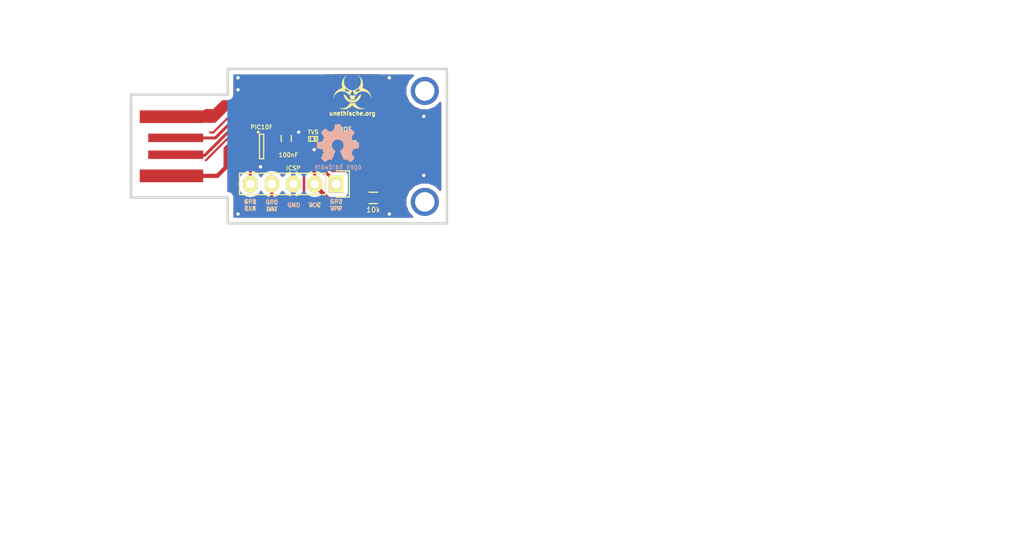
<source format=kicad_pcb>
(kicad_pcb (version 4) (host pcbnew 0.201510030350+6241~30~ubuntu14.04.1-product)

  (general
    (links 19)
    (no_connects 0)
    (area 70.969999 57.253999 108.608001 75.842001)
    (thickness 1.6)
    (drawings 29)
    (tracks 152)
    (zones 0)
    (modules 11)
    (nets 10)
  )

  (page User 200.99 148.412)
  (title_block
    (title usbpicresetter)
    (date 2015-07-18)
    (rev 0.3)
    (company unethische.org)
  )

  (layers
    (0 F.Cu signal)
    (31 B.Cu signal)
    (32 B.Adhes user)
    (33 F.Adhes user)
    (34 B.Paste user)
    (35 F.Paste user)
    (36 B.SilkS user)
    (37 F.SilkS user)
    (38 B.Mask user)
    (39 F.Mask user)
    (40 Dwgs.User user)
    (41 Cmts.User user)
    (42 Eco1.User user)
    (43 Eco2.User user)
    (44 Edge.Cuts user)
    (45 Margin user)
    (46 B.CrtYd user)
    (47 F.CrtYd user)
    (48 B.Fab user)
    (49 F.Fab user hide)
  )

  (setup
    (last_trace_width 0.25)
    (user_trace_width 0.3)
    (user_trace_width 0.35)
    (user_trace_width 0.5)
    (user_trace_width 1)
    (user_trace_width 2)
    (trace_clearance 0.2)
    (zone_clearance 0.0001)
    (zone_45_only no)
    (trace_min 0.2)
    (segment_width 0.15)
    (edge_width 0.3)
    (via_size 0.6)
    (via_drill 0.4)
    (via_min_size 0.4)
    (via_min_drill 0.3)
    (uvia_size 0.3)
    (uvia_drill 0.1)
    (uvias_allowed no)
    (uvia_min_size 0.2)
    (uvia_min_drill 0.1)
    (pcb_text_width 0.3)
    (pcb_text_size 1.5 1.5)
    (mod_edge_width 0.15)
    (mod_text_size 1 1)
    (mod_text_width 0.15)
    (pad_size 6.5 1)
    (pad_drill 0)
    (pad_to_mask_clearance 0)
    (aux_axis_origin 0 0)
    (visible_elements FFFFFF7F)
    (pcbplotparams
      (layerselection 0x01030_80000001)
      (usegerberextensions true)
      (excludeedgelayer true)
      (linewidth 0.100000)
      (plotframeref false)
      (viasonmask false)
      (mode 1)
      (useauxorigin false)
      (hpglpennumber 1)
      (hpglpenspeed 20)
      (hpglpendiameter 15)
      (hpglpenoverlay 2)
      (psnegative false)
      (psa4output false)
      (plotreference true)
      (plotvalue true)
      (plotinvisibletext false)
      (padsonsilk false)
      (subtractmaskfromsilk true)
      (outputformat 1)
      (mirror false)
      (drillshape 0)
      (scaleselection 1)
      (outputdirectory gerber/))
  )

  (net 0 "")
  (net 1 VCC)
  (net 2 GND)
  (net 3 /DAT)
  (net 4 /CLK)
  (net 5 /PSW)
  (net 6 /VPP)
  (net 7 /Vout)
  (net 8 /D-)
  (net 9 /D+)

  (net_class Default "This is the default net class."
    (clearance 0.2)
    (trace_width 0.25)
    (via_dia 0.6)
    (via_drill 0.4)
    (uvia_dia 0.3)
    (uvia_drill 0.1)
    (add_net /CLK)
    (add_net /D+)
    (add_net /D-)
    (add_net /DAT)
    (add_net /PSW)
    (add_net /VPP)
    (add_net /Vout)
    (add_net GND)
    (add_net VCC)
  )

  (module Capacitors_SMD:C_0603 (layer F.Cu) (tedit 55AA3013) (tstamp 55A8D9AD)
    (at 89.468197 65.633777 90)
    (descr "Capacitor SMD 0603, reflow soldering, AVX (see smccp.pdf)")
    (tags "capacitor 0603")
    (path /55A82A96)
    (attr smd)
    (fp_text reference C1 (at -2.0955 0.381 180) (layer F.SilkS) hide
      (effects (font (size 0.6 0.6) (thickness 0.1)))
    )
    (fp_text value 100nF (at -1.9685 0.254 180) (layer F.SilkS)
      (effects (font (size 0.5 0.5) (thickness 0.1)))
    )
    (fp_line (start -1.45 -0.75) (end 1.45 -0.75) (layer F.CrtYd) (width 0.05))
    (fp_line (start -1.45 0.75) (end 1.45 0.75) (layer F.CrtYd) (width 0.05))
    (fp_line (start -1.45 -0.75) (end -1.45 0.75) (layer F.CrtYd) (width 0.05))
    (fp_line (start 1.45 -0.75) (end 1.45 0.75) (layer F.CrtYd) (width 0.05))
    (fp_line (start -0.35 -0.6) (end 0.35 -0.6) (layer F.SilkS) (width 0.15))
    (fp_line (start 0.35 0.6) (end -0.35 0.6) (layer F.SilkS) (width 0.15))
    (pad 1 smd rect (at -0.75 0 90) (size 0.8 0.75) (layers F.Cu F.Paste F.Mask)
      (net 1 VCC))
    (pad 2 smd rect (at 0.75 0 90) (size 0.8 0.75) (layers F.Cu F.Paste F.Mask)
      (net 2 GND))
    (model Capacitors_SMD.3dshapes/C_0603.wrl
      (at (xyz 0 0 0))
      (scale (xyz 1 1 1))
      (rotate (xyz 0 0 0))
    )
  )

  (module Resistors_SMD:R_0603 (layer F.Cu) (tedit 55A91751) (tstamp 55A90497)
    (at 99.755197 72.682277 180)
    (descr "Resistor SMD 0603, reflow soldering, Vishay (see dcrcw.pdf)")
    (tags "resistor 0603")
    (path /55A90417)
    (attr smd)
    (fp_text reference R1 (at 0 1.397 180) (layer F.SilkS) hide
      (effects (font (size 0.6 0.6) (thickness 0.1)))
    )
    (fp_text value 10k (at 0 -1.397 180) (layer F.SilkS)
      (effects (font (size 0.6 0.6) (thickness 0.1)))
    )
    (fp_line (start -1.3 -0.8) (end 1.3 -0.8) (layer F.CrtYd) (width 0.05))
    (fp_line (start -1.3 0.8) (end 1.3 0.8) (layer F.CrtYd) (width 0.05))
    (fp_line (start -1.3 -0.8) (end -1.3 0.8) (layer F.CrtYd) (width 0.05))
    (fp_line (start 1.3 -0.8) (end 1.3 0.8) (layer F.CrtYd) (width 0.05))
    (fp_line (start 0.5 0.675) (end -0.5 0.675) (layer F.SilkS) (width 0.15))
    (fp_line (start -0.5 -0.675) (end 0.5 -0.675) (layer F.SilkS) (width 0.15))
    (pad 1 smd rect (at -0.75 0 180) (size 0.5 0.9) (layers F.Cu F.Paste F.Mask)
      (net 2 GND))
    (pad 2 smd rect (at 0.75 0 180) (size 0.5 0.9) (layers F.Cu F.Paste F.Mask)
      (net 5 /PSW))
    (model Resistors_SMD.3dshapes/R_0603.wrl
      (at (xyz 0 0 0))
      (scale (xyz 1 1 1))
      (rotate (xyz 0 0 0))
    )
  )

  (module w_smd_resistors:r_0402 (layer F.Cu) (tedit 55F085F4) (tstamp 55AA2C92)
    (at 92.643197 65.697277)
    (descr "SMT resistor, 0402")
    (path /55A90C3A)
    (fp_text reference D1 (at 0 -0.762) (layer F.SilkS) hide
      (effects (font (size 0.5 0.5) (thickness 0.1)))
    )
    (fp_text value TVS (at 0.003303 -0.800277) (layer F.SilkS)
      (effects (font (size 0.5 0.5) (thickness 0.1)))
    )
    (fp_line (start 0.3302 -0.2794) (end 0.3302 0.2794) (layer F.SilkS) (width 0.127))
    (fp_line (start -0.3302 -0.2794) (end -0.3302 0.2794) (layer F.SilkS) (width 0.127))
    (fp_line (start -0.5334 -0.2794) (end -0.5334 0.2794) (layer F.SilkS) (width 0.127))
    (fp_line (start -0.5334 0.2794) (end 0.5334 0.2794) (layer F.SilkS) (width 0.127))
    (fp_line (start 0.5334 0.2794) (end 0.5334 -0.2794) (layer F.SilkS) (width 0.127))
    (fp_line (start 0.5334 -0.2794) (end -0.5334 -0.2794) (layer F.SilkS) (width 0.127))
    (pad 1 smd rect (at 0.54864 0) (size 0.8001 0.6985) (layers F.Cu F.Paste F.Mask)
      (net 1 VCC))
    (pad 2 smd rect (at -0.54864 0) (size 0.8001 0.6985) (layers F.Cu F.Paste F.Mask)
      (net 2 GND))
    (model walter/smd_resistors/r_0402.wrl
      (at (xyz 0 0 0))
      (scale (xyz 1 1 1))
      (rotate (xyz 0 0 0))
    )
  )

  (module Housings_SOT-23_SOT-143_TSOT-6:SOT-23-6 (layer F.Cu) (tedit 55B34B36) (tstamp 55AA2CA0)
    (at 86.547197 66.586277)
    (descr "6-pin SOT-23 package")
    (tags SOT-23-6)
    (path /55A82403)
    (attr smd)
    (fp_text reference IC1 (at 0 -2.9) (layer F.SilkS) hide
      (effects (font (size 0.6 0.6) (thickness 0.1)))
    )
    (fp_text value PIC10F (at 0 -2.286) (layer F.SilkS)
      (effects (font (size 0.5 0.5) (thickness 0.1)))
    )
    (fp_circle (center -0.4 -1.7) (end -0.3 -1.7) (layer F.SilkS) (width 0.15))
    (fp_line (start 0.25 -1.45) (end -0.25 -1.45) (layer F.SilkS) (width 0.15))
    (fp_line (start 0.25 1.45) (end 0.25 -1.45) (layer F.SilkS) (width 0.15))
    (fp_line (start -0.25 1.45) (end 0.25 1.45) (layer F.SilkS) (width 0.15))
    (fp_line (start -0.25 -1.45) (end -0.25 1.45) (layer F.SilkS) (width 0.15))
    (pad 1 smd rect (at -1.1 -0.95) (size 1.06 0.65) (layers F.Cu F.Paste F.Mask)
      (net 3 /DAT))
    (pad 2 smd rect (at -1.1 0) (size 1.06 0.65) (layers F.Cu F.Paste F.Mask)
      (net 2 GND))
    (pad 3 smd rect (at -1.1 0.95) (size 1.06 0.65) (layers F.Cu F.Paste F.Mask)
      (net 4 /CLK))
    (pad 4 smd rect (at 1.1 0.95) (size 1.06 0.65) (layers F.Cu F.Paste F.Mask)
      (net 5 /PSW))
    (pad 6 smd rect (at 1.1 -0.95) (size 1.06 0.65) (layers F.Cu F.Paste F.Mask)
      (net 6 /VPP))
    (pad 5 smd rect (at 1.1 0) (size 1.06 0.65) (layers F.Cu F.Paste F.Mask)
      (net 1 VCC))
    (model Housings_SOT-23_SOT-143_TSOT-6.3dshapes/SOT-23-6.wrl
      (at (xyz 0 0 0))
      (scale (xyz 1 1 1))
      (rotate (xyz 0 0 0))
    )
  )

  (module w_logo:Logo_silk_OSHW_6x6mm (layer B.Cu) (tedit 0) (tstamp 55AA2CA4)
    (at 95.564197 66.205277 180)
    (descr "Open Hardware Logo, 6x6mm")
    (path /55A8E646)
    (fp_text reference LOGO1 (at 0 0 180) (layer B.SilkS) hide
      (effects (font (size 0.22606 0.22606) (thickness 0.04318)) (justify mirror))
    )
    (fp_text value "open hardware" (at 0 -0.3 180) (layer B.SilkS) hide
      (effects (font (size 0.22606 0.22606) (thickness 0.04318)) (justify mirror))
    )
    (fp_line (start 2.16 -2.62) (end 2.16 -3.08) (layer B.SilkS) (width 0.075))
    (fp_line (start 2.25 -2.62) (end 2.3 -2.62) (layer B.SilkS) (width 0.075))
    (fp_line (start 2.2 -2.65) (end 2.25 -2.62) (layer B.SilkS) (width 0.075))
    (fp_line (start 2.18 -2.67) (end 2.2 -2.65) (layer B.SilkS) (width 0.075))
    (fp_line (start 2.16 -2.74) (end 2.18 -2.67) (layer B.SilkS) (width 0.075))
    (fp_line (start 2.6 -3.08) (end 2.65 -3.05) (layer B.SilkS) (width 0.075))
    (fp_line (start 2.5 -3.08) (end 2.6 -3.08) (layer B.SilkS) (width 0.075))
    (fp_line (start 2.46 -3.05) (end 2.5 -3.08) (layer B.SilkS) (width 0.075))
    (fp_line (start 2.44 -2.98) (end 2.46 -3.05) (layer B.SilkS) (width 0.075))
    (fp_line (start 2.44 -2.71) (end 2.44 -2.98) (layer B.SilkS) (width 0.075))
    (fp_line (start 2.47 -2.65) (end 2.44 -2.71) (layer B.SilkS) (width 0.075))
    (fp_line (start 2.51 -2.62) (end 2.47 -2.65) (layer B.SilkS) (width 0.075))
    (fp_line (start 2.61 -2.62) (end 2.51 -2.62) (layer B.SilkS) (width 0.075))
    (fp_line (start 2.65 -2.66) (end 2.61 -2.62) (layer B.SilkS) (width 0.075))
    (fp_line (start 2.67 -2.73) (end 2.65 -2.66) (layer B.SilkS) (width 0.075))
    (fp_line (start 2.67 -2.85) (end 2.67 -2.73) (layer B.SilkS) (width 0.075))
    (fp_line (start 2.67 -2.85) (end 2.44 -2.85) (layer B.SilkS) (width 0.075))
    (fp_line (start 1.92 -2.71) (end 1.92 -3.08) (layer B.SilkS) (width 0.075))
    (fp_line (start 1.89 -2.65) (end 1.92 -2.71) (layer B.SilkS) (width 0.075))
    (fp_line (start 1.85 -2.62) (end 1.89 -2.65) (layer B.SilkS) (width 0.075))
    (fp_line (start 1.75 -2.62) (end 1.85 -2.62) (layer B.SilkS) (width 0.075))
    (fp_line (start 1.7 -2.65) (end 1.75 -2.62) (layer B.SilkS) (width 0.075))
    (fp_line (start 1.76 -2.81) (end 1.71 -2.84) (layer B.SilkS) (width 0.075))
    (fp_line (start 1.88 -2.81) (end 1.76 -2.81) (layer B.SilkS) (width 0.075))
    (fp_line (start 1.92 -2.78) (end 1.88 -2.81) (layer B.SilkS) (width 0.075))
    (fp_line (start 1.87 -3.08) (end 1.92 -3.04) (layer B.SilkS) (width 0.075))
    (fp_line (start 1.75 -3.08) (end 1.87 -3.08) (layer B.SilkS) (width 0.075))
    (fp_line (start 1.7 -3.04) (end 1.75 -3.08) (layer B.SilkS) (width 0.075))
    (fp_line (start 1.68 -2.98) (end 1.7 -3.04) (layer B.SilkS) (width 0.075))
    (fp_line (start 1.68 -2.91) (end 1.68 -2.98) (layer B.SilkS) (width 0.075))
    (fp_line (start 1.71 -2.84) (end 1.68 -2.91) (layer B.SilkS) (width 0.075))
    (fp_line (start 1.13 -2.62) (end 1.23 -3.08) (layer B.SilkS) (width 0.075))
    (fp_line (start 1.23 -3.08) (end 1.32 -2.74) (layer B.SilkS) (width 0.075))
    (fp_line (start 1.32 -2.74) (end 1.42 -3.08) (layer B.SilkS) (width 0.075))
    (fp_line (start 1.42 -3.08) (end 1.52 -2.62) (layer B.SilkS) (width 0.075))
    (fp_line (start 0.94 -3.05) (end 0.9 -3.08) (layer B.SilkS) (width 0.075))
    (fp_line (start 0.9 -3.08) (end 0.79 -3.08) (layer B.SilkS) (width 0.075))
    (fp_line (start 0.79 -3.08) (end 0.75 -3.05) (layer B.SilkS) (width 0.075))
    (fp_line (start 0.75 -3.05) (end 0.73 -3.02) (layer B.SilkS) (width 0.075))
    (fp_line (start 0.73 -3.02) (end 0.7 -2.95) (layer B.SilkS) (width 0.075))
    (fp_line (start 0.7 -2.95) (end 0.7 -2.75) (layer B.SilkS) (width 0.075))
    (fp_line (start 0.7 -2.75) (end 0.73 -2.68) (layer B.SilkS) (width 0.075))
    (fp_line (start 0.73 -2.68) (end 0.75 -2.65) (layer B.SilkS) (width 0.075))
    (fp_line (start 0.75 -2.65) (end 0.81 -2.61) (layer B.SilkS) (width 0.075))
    (fp_line (start 0.81 -2.61) (end 0.88 -2.61) (layer B.SilkS) (width 0.075))
    (fp_line (start 0.88 -2.61) (end 0.94 -2.65) (layer B.SilkS) (width 0.075))
    (fp_line (start 0.94 -2.38) (end 0.94 -3.08) (layer B.SilkS) (width 0.075))
    (fp_line (start 0.42 -2.74) (end 0.44 -2.67) (layer B.SilkS) (width 0.075))
    (fp_line (start 0.44 -2.67) (end 0.46 -2.65) (layer B.SilkS) (width 0.075))
    (fp_line (start 0.46 -2.65) (end 0.51 -2.62) (layer B.SilkS) (width 0.075))
    (fp_line (start 0.51 -2.62) (end 0.56 -2.62) (layer B.SilkS) (width 0.075))
    (fp_line (start 0.42 -2.62) (end 0.42 -3.08) (layer B.SilkS) (width 0.075))
    (fp_line (start -0.03 -2.84) (end -0.06 -2.91) (layer B.SilkS) (width 0.075))
    (fp_line (start -0.06 -2.91) (end -0.06 -2.98) (layer B.SilkS) (width 0.075))
    (fp_line (start -0.06 -2.98) (end -0.04 -3.04) (layer B.SilkS) (width 0.075))
    (fp_line (start -0.04 -3.04) (end 0.01 -3.08) (layer B.SilkS) (width 0.075))
    (fp_line (start 0.01 -3.08) (end 0.13 -3.08) (layer B.SilkS) (width 0.075))
    (fp_line (start 0.13 -3.08) (end 0.18 -3.04) (layer B.SilkS) (width 0.075))
    (fp_line (start 0.18 -2.78) (end 0.14 -2.81) (layer B.SilkS) (width 0.075))
    (fp_line (start 0.14 -2.81) (end 0.02 -2.81) (layer B.SilkS) (width 0.075))
    (fp_line (start 0.02 -2.81) (end -0.03 -2.84) (layer B.SilkS) (width 0.075))
    (fp_line (start -0.04 -2.65) (end 0.01 -2.62) (layer B.SilkS) (width 0.075))
    (fp_line (start 0.01 -2.62) (end 0.11 -2.62) (layer B.SilkS) (width 0.075))
    (fp_line (start 0.11 -2.62) (end 0.15 -2.65) (layer B.SilkS) (width 0.075))
    (fp_line (start 0.15 -2.65) (end 0.18 -2.71) (layer B.SilkS) (width 0.075))
    (fp_line (start 0.18 -2.71) (end 0.18 -3.08) (layer B.SilkS) (width 0.075))
    (fp_line (start -0.49 -2.69) (end -0.47 -2.65) (layer B.SilkS) (width 0.075))
    (fp_line (start -0.47 -2.65) (end -0.42 -2.62) (layer B.SilkS) (width 0.075))
    (fp_line (start -0.42 -2.62) (end -0.34 -2.62) (layer B.SilkS) (width 0.075))
    (fp_line (start -0.34 -2.62) (end -0.3 -2.65) (layer B.SilkS) (width 0.075))
    (fp_line (start -0.3 -2.65) (end -0.28 -2.71) (layer B.SilkS) (width 0.075))
    (fp_line (start -0.28 -2.71) (end -0.28 -3.08) (layer B.SilkS) (width 0.075))
    (fp_line (start -0.49 -2.38) (end -0.49 -3.08) (layer B.SilkS) (width 0.075))
    (fp_line (start -1.54 -2.85) (end -1.77 -2.85) (layer B.SilkS) (width 0.075))
    (fp_line (start -1.32 -2.68) (end -1.3 -2.65) (layer B.SilkS) (width 0.075))
    (fp_line (start -1.3 -2.65) (end -1.26 -2.62) (layer B.SilkS) (width 0.075))
    (fp_line (start -1.26 -2.62) (end -1.17 -2.62) (layer B.SilkS) (width 0.075))
    (fp_line (start -1.17 -2.62) (end -1.13 -2.65) (layer B.SilkS) (width 0.075))
    (fp_line (start -1.13 -2.65) (end -1.11 -2.71) (layer B.SilkS) (width 0.075))
    (fp_line (start -1.11 -2.71) (end -1.11 -3.08) (layer B.SilkS) (width 0.075))
    (fp_line (start -1.32 -2.62) (end -1.32 -3.08) (layer B.SilkS) (width 0.075))
    (fp_line (start -1.54 -2.85) (end -1.54 -2.73) (layer B.SilkS) (width 0.075))
    (fp_line (start -1.54 -2.73) (end -1.56 -2.66) (layer B.SilkS) (width 0.075))
    (fp_line (start -1.56 -2.66) (end -1.6 -2.62) (layer B.SilkS) (width 0.075))
    (fp_line (start -1.6 -2.62) (end -1.7 -2.62) (layer B.SilkS) (width 0.075))
    (fp_line (start -1.7 -2.62) (end -1.74 -2.65) (layer B.SilkS) (width 0.075))
    (fp_line (start -1.74 -2.65) (end -1.77 -2.71) (layer B.SilkS) (width 0.075))
    (fp_line (start -1.77 -2.71) (end -1.77 -2.98) (layer B.SilkS) (width 0.075))
    (fp_line (start -1.77 -2.98) (end -1.75 -3.05) (layer B.SilkS) (width 0.075))
    (fp_line (start -1.75 -3.05) (end -1.71 -3.08) (layer B.SilkS) (width 0.075))
    (fp_line (start -1.71 -3.08) (end -1.61 -3.08) (layer B.SilkS) (width 0.075))
    (fp_line (start -1.61 -3.08) (end -1.56 -3.05) (layer B.SilkS) (width 0.075))
    (fp_line (start -2.2 -2.65) (end -2.16 -2.62) (layer B.SilkS) (width 0.075))
    (fp_line (start -2.16 -2.62) (end -2.06 -2.62) (layer B.SilkS) (width 0.075))
    (fp_line (start -2.06 -2.62) (end -2.02 -2.65) (layer B.SilkS) (width 0.075))
    (fp_line (start -2.02 -2.65) (end -1.99 -2.68) (layer B.SilkS) (width 0.075))
    (fp_line (start -1.99 -2.68) (end -1.97 -2.74) (layer B.SilkS) (width 0.075))
    (fp_line (start -1.97 -2.74) (end -1.97 -2.96) (layer B.SilkS) (width 0.075))
    (fp_line (start -1.97 -2.96) (end -1.99 -3.02) (layer B.SilkS) (width 0.075))
    (fp_line (start -1.99 -3.02) (end -2.01 -3.05) (layer B.SilkS) (width 0.075))
    (fp_line (start -2.01 -3.05) (end -2.05 -3.08) (layer B.SilkS) (width 0.075))
    (fp_line (start -2.05 -3.08) (end -2.15 -3.08) (layer B.SilkS) (width 0.075))
    (fp_line (start -2.15 -3.08) (end -2.2 -3.05) (layer B.SilkS) (width 0.075))
    (fp_line (start -2.2 -3.32) (end -2.2 -2.62) (layer B.SilkS) (width 0.075))
    (fp_line (start -2.51 -2.62) (end -2.59 -2.62) (layer B.SilkS) (width 0.075))
    (fp_line (start -2.59 -2.62) (end -2.63 -2.65) (layer B.SilkS) (width 0.075))
    (fp_line (start -2.63 -2.65) (end -2.65 -2.68) (layer B.SilkS) (width 0.075))
    (fp_line (start -2.65 -2.68) (end -2.68 -2.75) (layer B.SilkS) (width 0.075))
    (fp_line (start -2.59 -3.08) (end -2.51 -3.08) (layer B.SilkS) (width 0.075))
    (fp_line (start -2.51 -3.08) (end -2.46 -3.05) (layer B.SilkS) (width 0.075))
    (fp_line (start -2.46 -3.05) (end -2.44 -3.02) (layer B.SilkS) (width 0.075))
    (fp_line (start -2.44 -3.02) (end -2.42 -2.95) (layer B.SilkS) (width 0.075))
    (fp_line (start -2.42 -2.95) (end -2.42 -2.75) (layer B.SilkS) (width 0.075))
    (fp_line (start -2.42 -2.75) (end -2.44 -2.69) (layer B.SilkS) (width 0.075))
    (fp_line (start -2.44 -2.69) (end -2.46 -2.66) (layer B.SilkS) (width 0.075))
    (fp_line (start -2.46 -2.66) (end -2.51 -2.62) (layer B.SilkS) (width 0.075))
    (fp_line (start -2.68 -2.75) (end -2.68 -2.95) (layer B.SilkS) (width 0.075))
    (fp_line (start -2.68 -2.95) (end -2.66 -3.01) (layer B.SilkS) (width 0.075))
    (fp_line (start -2.66 -3.01) (end -2.64 -3.04) (layer B.SilkS) (width 0.075))
    (fp_line (start -2.64 -3.04) (end -2.59 -3.08) (layer B.SilkS) (width 0.075))
    (fp_poly (pts (xy -1.51384 -2.24536) (xy -1.48844 -2.23012) (xy -1.43002 -2.19456) (xy -1.3462 -2.13868)
      (xy -1.24714 -2.07264) (xy -1.14808 -2.0066) (xy -1.0668 -1.95326) (xy -1.01092 -1.91516)
      (xy -0.98552 -1.90246) (xy -0.97282 -1.90754) (xy -0.9271 -1.9304) (xy -0.85852 -1.96596)
      (xy -0.81788 -1.98628) (xy -0.75692 -2.01168) (xy -0.7239 -2.0193) (xy -0.71882 -2.00914)
      (xy -0.69596 -1.96088) (xy -0.6604 -1.8796) (xy -0.61468 -1.77038) (xy -0.5588 -1.64338)
      (xy -0.50292 -1.50876) (xy -0.4445 -1.36906) (xy -0.38862 -1.23444) (xy -0.34036 -1.11506)
      (xy -0.29972 -1.01854) (xy -0.27432 -0.94996) (xy -0.26416 -0.92202) (xy -0.2667 -0.9144)
      (xy -0.29972 -0.88392) (xy -0.35306 -0.84328) (xy -0.47244 -0.74676) (xy -0.58928 -0.60198)
      (xy -0.6604 -0.43688) (xy -0.68326 -0.25146) (xy -0.66294 -0.08128) (xy -0.5969 0.08128)
      (xy -0.4826 0.2286) (xy -0.3429 0.33782) (xy -0.18034 0.4064) (xy 0 0.42926)
      (xy 0.17272 0.40894) (xy 0.34036 0.3429) (xy 0.48768 0.23114) (xy 0.55118 0.16002)
      (xy 0.63754 0.01016) (xy 0.6858 -0.14732) (xy 0.69088 -0.18796) (xy 0.68326 -0.36322)
      (xy 0.63246 -0.5334) (xy 0.53848 -0.68326) (xy 0.40894 -0.80772) (xy 0.3937 -0.81788)
      (xy 0.33528 -0.8636) (xy 0.29464 -0.89408) (xy 0.26416 -0.91948) (xy 0.48768 -1.45796)
      (xy 0.52324 -1.54178) (xy 0.5842 -1.6891) (xy 0.63754 -1.8161) (xy 0.68072 -1.9177)
      (xy 0.7112 -1.98374) (xy 0.7239 -2.01168) (xy 0.7239 -2.01422) (xy 0.74422 -2.01676)
      (xy 0.78486 -2.00152) (xy 0.86106 -1.96596) (xy 0.90932 -1.94056) (xy 0.96774 -1.91262)
      (xy 0.99314 -1.90246) (xy 1.016 -1.91516) (xy 1.06934 -1.95072) (xy 1.15062 -2.00406)
      (xy 1.24714 -2.06756) (xy 1.33858 -2.13106) (xy 1.4224 -2.18694) (xy 1.48336 -2.22504)
      (xy 1.51384 -2.24282) (xy 1.51892 -2.24282) (xy 1.54432 -2.22758) (xy 1.59258 -2.18694)
      (xy 1.66624 -2.11836) (xy 1.77038 -2.01422) (xy 1.78562 -1.99898) (xy 1.87198 -1.91262)
      (xy 1.94056 -1.83896) (xy 1.98628 -1.78816) (xy 2.00406 -1.7653) (xy 2.00406 -1.7653)
      (xy 1.98882 -1.73482) (xy 1.95072 -1.67386) (xy 1.89484 -1.5875) (xy 1.82626 -1.48844)
      (xy 1.64846 -1.22936) (xy 1.74498 -0.98552) (xy 1.77546 -0.90932) (xy 1.81356 -0.82042)
      (xy 1.8415 -0.75438) (xy 1.85674 -0.72644) (xy 1.88214 -0.71628) (xy 1.95072 -0.70104)
      (xy 2.04724 -0.68072) (xy 2.16154 -0.6604) (xy 2.2733 -0.64008) (xy 2.37236 -0.61976)
      (xy 2.44348 -0.60706) (xy 2.4765 -0.59944) (xy 2.48412 -0.59436) (xy 2.49174 -0.57912)
      (xy 2.49428 -0.5461) (xy 2.49682 -0.48514) (xy 2.49936 -0.39116) (xy 2.49936 -0.25146)
      (xy 2.49936 -0.23622) (xy 2.49682 -0.10668) (xy 2.49428 0) (xy 2.49174 0.06604)
      (xy 2.48666 0.09398) (xy 2.48666 0.09398) (xy 2.45618 0.1016) (xy 2.38506 0.11684)
      (xy 2.286 0.13462) (xy 2.16662 0.15748) (xy 2.159 0.16002) (xy 2.04216 0.18288)
      (xy 1.9431 0.2032) (xy 1.87198 0.21844) (xy 1.84404 0.2286) (xy 1.83642 0.23622)
      (xy 1.81356 0.28194) (xy 1.78054 0.3556) (xy 1.7399 0.4445) (xy 1.7018 0.53848)
      (xy 1.66878 0.6223) (xy 1.64592 0.68326) (xy 1.6383 0.7112) (xy 1.64084 0.71374)
      (xy 1.65862 0.74168) (xy 1.69926 0.80264) (xy 1.75514 0.88646) (xy 1.82372 0.98806)
      (xy 1.8288 0.99568) (xy 1.89738 1.09474) (xy 1.95326 1.1811) (xy 1.98882 1.23952)
      (xy 2.00406 1.26746) (xy 2.00406 1.27) (xy 1.9812 1.30048) (xy 1.9304 1.35636)
      (xy 1.85674 1.43256) (xy 1.77038 1.52146) (xy 1.74244 1.54686) (xy 1.64338 1.64338)
      (xy 1.57734 1.70434) (xy 1.53416 1.73736) (xy 1.51384 1.74498) (xy 1.51384 1.74498)
      (xy 1.48336 1.7272) (xy 1.41986 1.68656) (xy 1.33604 1.62814) (xy 1.23444 1.55956)
      (xy 1.22682 1.55448) (xy 1.12776 1.4859) (xy 1.04394 1.43002) (xy 0.98552 1.38938)
      (xy 0.95758 1.37414) (xy 0.95504 1.37414) (xy 0.9144 1.38684) (xy 0.84328 1.41224)
      (xy 0.75438 1.44526) (xy 0.66294 1.48336) (xy 0.57912 1.51892) (xy 0.51562 1.54686)
      (xy 0.48514 1.56464) (xy 0.48514 1.56464) (xy 0.47498 1.6002) (xy 0.4572 1.6764)
      (xy 0.43688 1.778) (xy 0.41148 1.89992) (xy 0.40894 1.92024) (xy 0.38608 2.03962)
      (xy 0.3683 2.13868) (xy 0.35306 2.20726) (xy 0.34544 2.2352) (xy 0.3302 2.23774)
      (xy 0.27178 2.24282) (xy 0.18288 2.24536) (xy 0.07366 2.24536) (xy -0.0381 2.24536)
      (xy -0.14732 2.24282) (xy -0.2413 2.24028) (xy -0.30988 2.2352) (xy -0.33782 2.23012)
      (xy -0.33782 2.22758) (xy -0.34798 2.18948) (xy -0.36576 2.11582) (xy -0.38608 2.01168)
      (xy -0.40894 1.88976) (xy -0.41402 1.8669) (xy -0.43688 1.75006) (xy -0.4572 1.651)
      (xy -0.4699 1.58496) (xy -0.47752 1.55702) (xy -0.49022 1.55194) (xy -0.53848 1.53162)
      (xy -0.61722 1.4986) (xy -0.71628 1.45796) (xy -0.94488 1.36652) (xy -1.22682 1.55702)
      (xy -1.25222 1.5748) (xy -1.35382 1.64338) (xy -1.4351 1.69926) (xy -1.49352 1.73736)
      (xy -1.51638 1.75006) (xy -1.51892 1.75006) (xy -1.54686 1.72466) (xy -1.60274 1.67132)
      (xy -1.67894 1.59766) (xy -1.76784 1.5113) (xy -1.83134 1.44526) (xy -1.91008 1.36652)
      (xy -1.95834 1.31318) (xy -1.98628 1.28016) (xy -1.9939 1.25984) (xy -1.99136 1.2446)
      (xy -1.97358 1.21666) (xy -1.93294 1.1557) (xy -1.87452 1.06934) (xy -1.80594 0.97028)
      (xy -1.75006 0.88646) (xy -1.6891 0.79248) (xy -1.651 0.72644) (xy -1.63576 0.69342)
      (xy -1.64084 0.68072) (xy -1.65862 0.62484) (xy -1.69418 0.54102) (xy -1.73482 0.44196)
      (xy -1.83388 0.22098) (xy -1.97866 0.19304) (xy -2.06756 0.17526) (xy -2.18948 0.1524)
      (xy -2.30886 0.12954) (xy -2.49174 0.09398) (xy -2.49936 -0.58166) (xy -2.47142 -0.59436)
      (xy -2.44348 -0.60198) (xy -2.3749 -0.61722) (xy -2.27838 -0.63754) (xy -2.16154 -0.65786)
      (xy -2.06502 -0.67564) (xy -1.96596 -0.69596) (xy -1.89484 -0.70866) (xy -1.86436 -0.71628)
      (xy -1.8542 -0.72644) (xy -1.83134 -0.7747) (xy -1.79578 -0.8509) (xy -1.75514 -0.94234)
      (xy -1.71704 -1.03632) (xy -1.68148 -1.12522) (xy -1.65862 -1.19126) (xy -1.64846 -1.22428)
      (xy -1.66116 -1.25222) (xy -1.69926 -1.31064) (xy -1.7526 -1.39192) (xy -1.82118 -1.49098)
      (xy -1.88722 -1.5875) (xy -1.94564 -1.67132) (xy -1.98374 -1.73228) (xy -2.00152 -1.76022)
      (xy -1.99136 -1.778) (xy -1.95326 -1.82626) (xy -1.8796 -1.90246) (xy -1.76784 -2.01168)
      (xy -1.75006 -2.02946) (xy -1.6637 -2.11328) (xy -1.59004 -2.18186) (xy -1.5367 -2.22758)
      (xy -1.51384 -2.24536)) (layer B.SilkS) (width 0.00254))
  )

  (module Pin_Headers:Pin_Header_Straight_1x05 (layer F.Cu) (tedit 55AA3070) (tstamp 55AA2CB0)
    (at 95.373697 71.031277 270)
    (descr "Through hole pin header")
    (tags "pin header")
    (path /55A82EB5)
    (fp_text reference P1 (at 0 -5.1 270) (layer F.SilkS) hide
      (effects (font (size 1 1) (thickness 0.15)))
    )
    (fp_text value ICSP (at -1.879777 5.076697 360) (layer F.SilkS)
      (effects (font (size 0.5 0.5) (thickness 0.1)))
    )
    (fp_line (start -1.55 0) (end -1.55 -1.55) (layer F.SilkS) (width 0.15))
    (fp_line (start -1.55 -1.55) (end 1.55 -1.55) (layer F.SilkS) (width 0.15))
    (fp_line (start 1.55 -1.55) (end 1.55 0) (layer F.SilkS) (width 0.15))
    (fp_line (start -1.75 -1.75) (end -1.75 11.95) (layer F.CrtYd) (width 0.05))
    (fp_line (start 1.75 -1.75) (end 1.75 11.95) (layer F.CrtYd) (width 0.05))
    (fp_line (start -1.75 -1.75) (end 1.75 -1.75) (layer F.CrtYd) (width 0.05))
    (fp_line (start -1.75 11.95) (end 1.75 11.95) (layer F.CrtYd) (width 0.05))
    (fp_line (start 1.27 1.27) (end 1.27 11.43) (layer F.SilkS) (width 0.15))
    (fp_line (start 1.27 11.43) (end -1.27 11.43) (layer F.SilkS) (width 0.15))
    (fp_line (start -1.27 11.43) (end -1.27 1.27) (layer F.SilkS) (width 0.15))
    (fp_line (start 1.27 1.27) (end -1.27 1.27) (layer F.SilkS) (width 0.15))
    (pad 1 thru_hole rect (at 0 0 270) (size 2.032 1.7272) (drill 1.016) (layers *.Cu *.Mask F.SilkS)
      (net 6 /VPP))
    (pad 2 thru_hole oval (at 0 2.54 270) (size 2.032 1.7272) (drill 1.016) (layers *.Cu *.Mask F.SilkS)
      (net 1 VCC))
    (pad 3 thru_hole oval (at 0 5.08 270) (size 2.032 1.7272) (drill 1.016) (layers *.Cu *.Mask F.SilkS)
      (net 2 GND))
    (pad 4 thru_hole oval (at 0 7.62 270) (size 2.032 1.7272) (drill 1.016) (layers *.Cu *.Mask F.SilkS)
      (net 3 /DAT))
    (pad 5 thru_hole oval (at 0 10.16 270) (size 2.032 1.7272) (drill 1.016) (layers *.Cu *.Mask F.SilkS)
      (net 4 /CLK))
    (model Pin_Headers.3dshapes/Pin_Header_Straight_1x05.wrl
      (at (xyz 0 -0.2 0))
      (scale (xyz 1 1 1))
      (rotate (xyz 0 0 90))
    )
  )

  (module Housings_SOT-23_SOT-143_TSOT-6:SOT-23 (layer F.Cu) (tedit 55AA304A) (tstamp 55AA2CB7)
    (at 96.199197 66.586277)
    (descr "SOT-23, Standard")
    (tags SOT-23)
    (path /55A8259A)
    (attr smd)
    (fp_text reference Q1 (at 0 -2.25) (layer F.SilkS) hide
      (effects (font (size 1 1) (thickness 0.15)))
    )
    (fp_text value PMOS (at 0 -2.032) (layer F.SilkS)
      (effects (font (size 0.5 0.5) (thickness 0.1)))
    )
    (fp_line (start -1.65 -1.6) (end 1.65 -1.6) (layer F.CrtYd) (width 0.05))
    (fp_line (start 1.65 -1.6) (end 1.65 1.6) (layer F.CrtYd) (width 0.05))
    (fp_line (start 1.65 1.6) (end -1.65 1.6) (layer F.CrtYd) (width 0.05))
    (fp_line (start -1.65 1.6) (end -1.65 -1.6) (layer F.CrtYd) (width 0.05))
    (fp_line (start 1.29916 -0.65024) (end 1.2509 -0.65024) (layer F.SilkS) (width 0.15))
    (fp_line (start -1.49982 0.0508) (end -1.49982 -0.65024) (layer F.SilkS) (width 0.15))
    (fp_line (start -1.49982 -0.65024) (end -1.2509 -0.65024) (layer F.SilkS) (width 0.15))
    (fp_line (start 1.29916 -0.65024) (end 1.49982 -0.65024) (layer F.SilkS) (width 0.15))
    (fp_line (start 1.49982 -0.65024) (end 1.49982 0.0508) (layer F.SilkS) (width 0.15))
    (pad 1 smd rect (at -0.95 1.00076) (size 0.8001 0.8001) (layers F.Cu F.Paste F.Mask)
      (net 5 /PSW))
    (pad 2 smd rect (at 0.95 1.00076) (size 0.8001 0.8001) (layers F.Cu F.Paste F.Mask)
      (net 7 /Vout))
    (pad 3 smd rect (at 0 -0.99822) (size 0.8001 0.8001) (layers F.Cu F.Paste F.Mask)
      (net 1 VCC))
    (model Housings_SOT-23_SOT-143_TSOT-6.3dshapes/SOT-23.wrl
      (at (xyz 0 0 0))
      (scale (xyz 1 1 1))
      (rotate (xyz 0 0 0))
    )
  )

  (module usbpicsetter:USB-A-PCB (layer F.Cu) (tedit 55AA2F9C) (tstamp 55AA2CBF)
    (at 76.087197 66.570277)
    (descr "Card-edge USB A connector. For boards designed to be plugged directly into a USB slot. If possible, ensure that your PCB is about 2.4mm thick to fit snugly.")
    (path /55A8CBC2)
    (fp_text reference USB-IN1 (at 0 -7.62) (layer F.SilkS) hide
      (effects (font (thickness 0.15)))
    )
    (fp_text value Male (at -1.27 7.62) (layer F.SilkS) hide
      (effects (font (thickness 0.15)))
    )
    (fp_line (start -5 -6) (end 3.7 -6) (layer Dwgs.User) (width 0.127))
    (fp_line (start 3.7 -6) (end 3.7 6) (layer Dwgs.User) (width 0.127))
    (fp_line (start 3.7 6) (end -5 6) (layer Dwgs.User) (width 0.127))
    (fp_line (start -5 6) (end -5 -6) (layer Dwgs.User) (width 0.127))
    (pad 1 smd rect (at -0.2 3.5) (size 7.5 1.5) (layers F.Cu F.Paste F.Mask)
      (net 1 VCC))
    (pad 2 smd rect (at 0.3 1) (size 6.5 1) (layers F.Cu F.Paste F.Mask)
      (net 8 /D-))
    (pad 3 smd rect (at 0.3 -1) (size 6.5 1) (layers F.Cu F.Paste F.Mask)
      (net 9 /D+))
    (pad 4 smd rect (at -0.2 -3.5) (size 7.5 1.5) (layers F.Cu F.Paste F.Mask)
      (net 2 GND))
  )

  (module usbpicsetter:USB-A-S-NOSILK-FEMALE (layer F.Cu) (tedit 55AA3196) (tstamp 55AA2CC9)
    (at 105.851197 66.586277 180)
    (path /55A8D623)
    (fp_text reference USB_OUT1 (at 8.46 7.205 180) (layer Dwgs.User) hide
      (effects (font (size 1.2065 1.2065) (thickness 0.1016)) (justify right top))
    )
    (fp_text value Female (at 0 0 180) (layer F.SilkS) hide
      (effects (font (thickness 0.15)))
    )
    (fp_line (start 3.6957 -6.5659) (end -10.287 -6.5659) (layer Dwgs.User) (width 0.127))
    (fp_line (start 3.6957 6.5659) (end -10.287 6.5659) (layer Dwgs.User) (width 0.127))
    (fp_line (start -10.287 -6.477) (end -10.287 6.477) (layer Dwgs.User) (width 0.127))
    (fp_line (start 3.7084 -6.5024) (end 3.7084 6.5024) (layer Dwgs.User) (width 0.127))
    (fp_line (start -2.54 5.08) (end -8.89 4.445) (layer Dwgs.User) (width 0.127))
    (fp_line (start -8.89 4.445) (end -8.89 1.27) (layer Dwgs.User) (width 0.127))
    (fp_line (start -8.89 1.27) (end -2.54 0.635) (layer Dwgs.User) (width 0.127))
    (fp_line (start -2.54 -5.08) (end -8.89 -4.445) (layer Dwgs.User) (width 0.127))
    (fp_line (start -8.89 -4.445) (end -8.89 -1.27) (layer Dwgs.User) (width 0.127))
    (fp_line (start -8.89 -1.27) (end -2.54 -0.635) (layer Dwgs.User) (width 0.127))
    (pad S1 thru_hole circle (at 0 6.5659 90) (size 3.3274 3.3274) (drill 2.3114) (layers *.Cu *.Mask))
    (pad S2 thru_hole circle (at 0 -6.5659 90) (size 3.3274 3.3274) (drill 2.3114) (layers *.Cu *.Mask))
    (pad 2 smd rect (at 4.212 -1 180) (size 3 0.9) (layers F.Cu F.Paste F.Mask)
      (net 8 /D-))
    (pad 1 smd rect (at 4.212 -3.5 180) (size 3 0.9) (layers F.Cu F.Paste F.Mask)
      (net 7 /Vout))
    (pad 3 smd rect (at 4.212 1 180) (size 3 0.9) (layers F.Cu F.Paste F.Mask)
      (net 9 /D+))
    (pad 4 smd rect (at 4.212 3.5 180) (size 3 0.9) (layers F.Cu F.Paste F.Mask)
      (net 2 GND))
  )

  (module jcgb:unethi_copper_inv (layer F.Cu) (tedit 55BBEC69) (tstamp 55AA2CA5)
    (at 97.282 60.452)
    (path /55A97520)
    (zone_connect 0)
    (fp_text reference O1 (at 0 -2.54) (layer F.SilkS) hide
      (effects (font (size 0.7 0.7) (thickness 0.175)))
    )
    (fp_text value unethische.org (at 0 2.54) (layer F.SilkS) hide
      (effects (font (size 0.8 0.8) (thickness 0.2)))
    )
    (fp_poly (pts (xy 2.297545 2.424545) (xy -2.286 2.424545) (xy -2.286 1.951182) (xy -1.928091 1.951182)
      (xy -1.928091 2.049843) (xy -1.927468 2.099079) (xy -1.924696 2.131293) (xy -1.918425 2.15254)
      (xy -1.907303 2.168876) (xy -1.899753 2.176843) (xy -1.866443 2.199963) (xy -1.830065 2.202805)
      (xy -1.788973 2.187567) (xy -1.765797 2.17678) (xy -1.756477 2.177649) (xy -1.75491 2.187567)
      (xy -1.746543 2.200506) (xy -1.719469 2.205125) (xy -1.7145 2.205182) (xy -1.674091 2.205182)
      (xy -1.674091 1.951182) (xy -1.604819 1.951182) (xy -1.604819 2.205182) (xy -1.524 2.205182)
      (xy -1.524 2.12038) (xy -1.522933 2.073886) (xy -1.518802 2.044186) (xy -1.510212 2.025044)
      (xy -1.500234 2.01407) (xy -1.477994 1.9999) (xy -1.458318 2.003996) (xy -1.456938 2.004839)
      (xy -1.446445 2.016793) (xy -1.439665 2.039792) (xy -1.435604 2.078457) (xy -1.434056 2.111149)
      (xy -1.430703 2.205182) (xy -1.350819 2.205182) (xy -1.350819 2.100748) (xy -1.35113 2.071459)
      (xy -1.287319 2.071459) (xy -1.279995 2.127924) (xy -1.257287 2.168201) (xy -1.218091 2.194249)
      (xy -1.218046 2.194267) (xy -1.170663 2.203726) (xy -1.116268 2.199582) (xy -1.07913 2.188453)
      (xy -1.050634 2.172165) (xy -1.039742 2.151881) (xy -1.039091 2.14286) (xy -1.040297 2.124515)
      (xy -1.04812 2.11969) (xy -1.068866 2.126472) (xy -1.07913 2.130725) (xy -1.112943 2.142038)
      (xy -1.142201 2.147389) (xy -1.144607 2.147455) (xy -1.170231 2.140654) (xy -1.195373 2.124596)
      (xy -1.210842 2.105798) (xy -1.212273 2.099483) (xy -1.201634 2.094986) (xy -1.173329 2.091584)
      (xy -1.132776 2.089842) (xy -1.118399 2.089727) (xy -1.024525 2.089727) (xy -1.03145 2.047052)
      (xy -1.044473 2.009309) (xy -1.064008 1.980045) (xy -0.99291 1.980045) (xy -0.986888 2.00326)
      (xy -0.975591 2.008909) (xy -0.965877 2.013919) (xy -0.960478 2.031821) (xy -0.9584 2.066923)
      (xy -0.958273 2.083955) (xy -0.95464 2.139025) (xy -0.941828 2.175231) (xy -0.91697 2.195917)
      (xy -0.877196 2.20443) (xy -0.854364 2.205182) (xy -0.82008 2.204218) (xy -0.802976 2.199413)
      (xy -0.797159 2.187896) (xy -0.796637 2.17705) (xy -0.800758 2.156869) (xy -0.81758 2.147675)
      (xy -0.83416 2.1453) (xy -0.855315 2.142205) (xy -0.866867 2.134243) (xy -0.872247 2.115555)
      (xy -0.874883 2.080283) (xy -0.875145 2.075295) (xy -0.878607 2.008909) (xy -0.837622 2.008909)
      (xy -0.810047 2.006823) (xy -0.798653 1.99739) (xy -0.796637 1.980045) (xy -0.799656 1.960526)
      (xy -0.813242 1.952535) (xy -0.837046 1.951182) (xy -0.864195 1.949251) (xy -0.875331 1.939457)
      (xy -0.877455 1.916545) (xy -0.879708 1.893275) (xy -0.891134 1.88373) (xy -0.917864 1.881909)
      (xy -0.945013 1.88384) (xy -0.956149 1.893634) (xy -0.958273 1.916545) (xy -0.963437 1.944043)
      (xy -0.975591 1.951182) (xy -0.98952 1.961218) (xy -0.99291 1.980045) (xy -1.064008 1.980045)
      (xy -1.066551 1.976236) (xy -1.067859 1.974893) (xy -1.09046 1.956756) (xy -1.116856 1.947905)
      (xy -1.156207 1.94542) (xy -1.160319 1.945409) (xy -1.200584 1.947367) (xy -1.227447 1.955379)
      (xy -1.250417 1.972649) (xy -1.255306 1.977421) (xy -1.274947 2.001043) (xy -1.284509 2.026798)
      (xy -1.287284 2.064356) (xy -1.287319 2.071459) (xy -1.35113 2.071459) (xy -1.351358 2.050062)
      (xy -1.353799 2.016668) (xy -1.359377 1.994777) (xy -1.369329 1.978599) (xy -1.379158 1.967975)
      (xy -1.412468 1.944855) (xy -1.448845 1.942014) (xy -1.489937 1.957251) (xy -1.51327 1.966281)
      (xy -1.523871 1.964057) (xy -1.524 1.963024) (xy -1.534149 1.955197) (xy -1.559103 1.951284)
      (xy -1.56441 1.951182) (xy -1.604819 1.951182) (xy -1.674091 1.951182) (xy -1.75491 1.951182)
      (xy -1.75491 2.031175) (xy -1.758884 2.089528) (xy -1.771124 2.127232) (xy -1.792099 2.145375)
      (xy -1.80538 2.147455) (xy -1.826011 2.140692) (xy -1.839182 2.118633) (xy -1.845888 2.078616)
      (xy -1.847273 2.035464) (xy -1.847273 1.951182) (xy -1.928091 1.951182) (xy -2.286 1.951182)
      (xy -2.286 1.858818) (xy -0.750455 1.858818) (xy -0.750455 2.205182) (xy -0.669637 2.205182)
      (xy -0.669637 2.12038) (xy -0.66857 2.073886) (xy -0.664438 2.044186) (xy -0.655849 2.025044)
      (xy -0.64587 2.01407) (xy -0.62363 1.9999) (xy -0.603954 2.003996) (xy -0.602575 2.004839)
      (xy -0.592082 2.016793) (xy -0.585302 2.039792) (xy -0.58124 2.078457) (xy -0.579693 2.111149)
      (xy -0.576339 2.205182) (xy -0.496455 2.205182) (xy -0.496455 2.100748) (xy -0.496994 2.050062)
      (xy -0.499435 2.016668) (xy -0.505014 1.994777) (xy -0.514965 1.978599) (xy -0.524794 1.967975)
      (xy -0.548988 1.951182) (xy -0.427182 1.951182) (xy -0.427182 2.205182) (xy -0.346364 2.205182)
      (xy -0.346364 2.021026) (xy -0.277091 2.021026) (xy -0.26722 2.054552) (xy -0.237113 2.079476)
      (xy -0.186031 2.096348) (xy -0.171794 2.099052) (xy -0.135999 2.108936) (xy -0.121482 2.122412)
      (xy -0.121228 2.124683) (xy -0.13143 2.137982) (xy -0.15809 2.144945) (xy -0.195285 2.144924)
      (xy -0.23684 2.137339) (xy -0.263935 2.130831) (xy -0.27488 2.133837) (xy -0.27568 2.149365)
      (xy -0.274901 2.156396) (xy -0.265146 2.180731) (xy -0.240971 2.195427) (xy -0.19964 2.20148)
      (xy -0.153157 2.200815) (xy -0.103367 2.193179) (xy -0.07047 2.177374) (xy -0.069452 2.17648)
      (xy -0.050213 2.145517) (xy -0.048428 2.109374) (xy -0.064212 2.077345) (xy -0.068181 2.073398)
      (xy -0.092674 2.059829) (xy -0.11298 2.053583) (xy 0.002808 2.053583) (xy 0.002866 2.098824)
      (xy 0.019729 2.141716) (xy 0.054963 2.177736) (xy 0.056548 2.178816) (xy 0.101109 2.198348)
      (xy 0.152287 2.205624) (xy 0.198558 2.199104) (xy 0.201101 2.198174) (xy 0.21522 2.181606)
      (xy 0.219363 2.157359) (xy 0.217499 2.134555) (xy 0.20886 2.130264) (xy 0.197031 2.135503)
      (xy 0.15756 2.147014) (xy 0.121522 2.140659) (xy 0.098791 2.121795) (xy 0.082421 2.082982)
      (xy 0.085124 2.047003) (xy 0.103115 2.018189) (xy 0.13261 2.000873) (xy 0.169826 1.999386)
      (xy 0.197031 2.009315) (xy 0.212753 2.014908) (xy 0.218642 2.004981) (xy 0.219363 1.98746)
      (xy 0.214921 1.961641) (xy 0.198762 1.946818) (xy 0.166636 1.940453) (xy 0.139308 1.939636)
      (xy 0.087805 1.94902) (xy 0.046843 1.974156) (xy 0.017989 2.010519) (xy 0.002808 2.053583)
      (xy -0.11298 2.053583) (xy -0.129018 2.04865) (xy -0.146113 2.045488) (xy -0.184357 2.036913)
      (xy -0.201039 2.024933) (xy -0.202046 2.020312) (xy -0.19194 2.006048) (xy -0.165177 1.999487)
      (xy -0.127091 2.001289) (xy -0.098043 2.007462) (xy -0.070919 2.013982) (xy -0.05995 2.011001)
      (xy -0.059132 1.995522) (xy -0.059919 1.988422) (xy -0.068664 1.965436) (xy -0.090729 1.950801)
      (xy -0.129584 1.942999) (xy -0.168739 1.940787) (xy -0.216591 1.947612) (xy -0.25307 1.968488)
      (xy -0.273881 2.000237) (xy -0.277091 2.021026) (xy -0.346364 2.021026) (xy -0.346364 1.951182)
      (xy -0.427182 1.951182) (xy -0.548988 1.951182) (xy -0.558104 1.944855) (xy -0.594481 1.942014)
      (xy -0.635574 1.957251) (xy -0.669637 1.974866) (xy -0.669637 1.887682) (xy -0.427182 1.887682)
      (xy -0.424163 1.907201) (xy -0.410577 1.915192) (xy -0.386773 1.916545) (xy -0.359446 1.914389)
      (xy -0.348259 1.904685) (xy -0.346364 1.887682) (xy -0.349383 1.868162) (xy -0.362969 1.860172)
      (xy -0.386773 1.858818) (xy 0.288636 1.858818) (xy 0.288636 2.205182) (xy 0.369454 2.205182)
      (xy 0.369454 2.12038) (xy 0.370521 2.073886) (xy 0.374653 2.044186) (xy 0.383242 2.025044)
      (xy 0.393221 2.01407) (xy 0.415461 1.9999) (xy 0.435137 2.003996) (xy 0.436516 2.004839)
      (xy 0.447009 2.016793) (xy 0.453789 2.039792) (xy 0.457851 2.078457) (xy 0.459398 2.111149)
      (xy 0.462752 2.205182) (xy 0.542636 2.205182) (xy 0.542636 2.100748) (xy 0.542325 2.071459)
      (xy 0.606136 2.071459) (xy 0.61346 2.127924) (xy 0.636167 2.168201) (xy 0.675364 2.194249)
      (xy 0.675409 2.194267) (xy 0.722792 2.203726) (xy 0.777187 2.199582) (xy 0.814325 2.188453)
      (xy 0.84282 2.172165) (xy 0.849889 2.159) (xy 0.935181 2.159) (xy 0.936405 2.188569)
      (xy 0.943958 2.201709) (xy 0.963667 2.205079) (xy 0.97559 2.205182) (xy 1.001463 2.203784)
      (xy 1.012961 2.195151) (xy 1.015909 2.172627) (xy 1.016 2.159) (xy 1.014776 2.129431)
      (xy 1.007223 2.116291) (xy 0.987514 2.112921) (xy 0.97559 2.112818) (xy 0.949718 2.114216)
      (xy 0.93822 2.122849) (xy 0.935272 2.145373) (xy 0.935181 2.159) (xy 0.849889 2.159)
      (xy 0.853712 2.151881) (xy 0.854363 2.14286) (xy 0.853157 2.124515) (xy 0.845335 2.11969)
      (xy 0.824589 2.126472) (xy 0.814325 2.130725) (xy 0.780512 2.142038) (xy 0.751254 2.147389)
      (xy 0.748848 2.147455) (xy 0.723224 2.140654) (xy 0.698081 2.124596) (xy 0.682613 2.105798)
      (xy 0.681181 2.099483) (xy 0.691821 2.094986) (xy 0.720126 2.091584) (xy 0.760679 2.089842)
      (xy 0.775056 2.089727) (xy 0.86893 2.089727) (xy 0.865966 2.071459) (xy 1.091045 2.071459)
      (xy 1.098517 2.128978) (xy 1.121334 2.169515) (xy 1.160101 2.193596) (xy 1.215419 2.201748)
      (xy 1.239277 2.200901) (xy 1.284004 2.193027) (xy 1.316626 2.174606) (xy 1.325868 2.166106)
      (xy 1.344656 2.143178) (xy 1.353865 2.117359) (xy 1.356559 2.079309) (xy 1.35659 2.072409)
      (xy 1.354632 2.032143) (xy 1.346621 2.005281) (xy 1.329351 1.982311) (xy 1.324578 1.977421)
      (xy 1.302794 1.958849) (xy 1.284343 1.951182) (xy 1.408545 1.951182) (xy 1.408545 2.205182)
      (xy 1.489363 2.205182) (xy 1.489363 2.126933) (xy 1.491794 2.089336) (xy 1.631193 2.089336)
      (xy 1.638299 2.12506) (xy 1.660777 2.169071) (xy 1.694231 2.196495) (xy 1.734135 2.205441)
      (xy 1.775963 2.194016) (xy 1.786976 2.187209) (xy 1.80549 2.175741) (xy 1.811958 2.178917)
      (xy 1.812636 2.189186) (xy 1.802617 2.21963) (xy 1.776703 2.240974) (xy 1.741113 2.250773)
      (xy 1.702061 2.246585) (xy 1.684877 2.239412) (xy 1.668542 2.233767) (xy 1.662966 2.244795)
      (xy 1.662545 2.257102) (xy 1.67151 2.284717) (xy 1.698967 2.300843) (xy 1.745759 2.305855)
      (xy 1.770368 2.30481) (xy 1.815148 2.296917) (xy 1.847817 2.278453) (xy 1.856959 2.270048)
      (xy 1.869787 2.256114) (xy 1.878588 2.241486) (xy 1.884277 2.221537) (xy 1.887768 2.191637)
      (xy 1.889978 2.147158) (xy 1.891509 2.09527) (xy 1.895337 1.951182) (xy 1.853987 1.951182)
      (xy 1.826908 1.954181) (xy 1.813091 1.961575) (xy 1.812636 1.963382) (xy 1.804856 1.966757)
      (xy 1.786976 1.957609) (xy 1.746752 1.940422) (xy 1.708469 1.94313) (xy 1.674949 1.962554)
      (xy 1.649015 1.995515) (xy 1.633489 2.038836) (xy 1.631193 2.089336) (xy 1.491794 2.089336)
      (xy 1.493317 2.065787) (xy 1.505668 2.025101) (xy 1.527155 2.003554) (xy 1.558513 1.999822)
      (xy 1.560062 2.000036) (xy 1.583664 2.000941) (xy 1.592266 1.989745) (xy 1.593272 1.972273)
      (xy 1.589504 1.948253) (xy 1.574668 1.940014) (xy 1.566978 1.939636) (xy 1.537182 1.946256)
      (xy 1.515023 1.957609) (xy 1.496463 1.96691) (xy 1.489363 1.963382) (xy 1.479216 1.955319)
      (xy 1.454264 1.951287) (xy 1.448954 1.951182) (xy 1.408545 1.951182) (xy 1.284343 1.951182)
      (xy 1.27956 1.949195) (xy 1.246202 1.945705) (xy 1.223818 1.945409) (xy 1.182437 1.946905)
      (xy 1.155381 1.953228) (xy 1.133978 1.967136) (xy 1.123057 1.977421) (xy 1.103416 2.001043)
      (xy 1.093854 2.026798) (xy 1.091079 2.064356) (xy 1.091045 2.071459) (xy 0.865966 2.071459)
      (xy 0.862005 2.047052) (xy 0.848982 2.009309) (xy 0.826903 1.976236) (xy 0.825595 1.974893)
      (xy 0.802995 1.956756) (xy 0.776598 1.947905) (xy 0.737247 1.94542) (xy 0.733136 1.945409)
      (xy 0.69287 1.947367) (xy 0.666008 1.955379) (xy 0.643038 1.972649) (xy 0.638148 1.977421)
      (xy 0.618507 2.001043) (xy 0.608945 2.026798) (xy 0.60617 2.064356) (xy 0.606136 2.071459)
      (xy 0.542325 2.071459) (xy 0.542097 2.050062) (xy 0.539656 2.016668) (xy 0.534077 1.994777)
      (xy 0.524126 1.978599) (xy 0.514297 1.967975) (xy 0.480987 1.944855) (xy 0.44461 1.942014)
      (xy 0.403517 1.957251) (xy 0.369454 1.974866) (xy 0.369454 1.858818) (xy 0.288636 1.858818)
      (xy -0.386773 1.858818) (xy -0.4141 1.860975) (xy -0.425287 1.870679) (xy -0.427182 1.887682)
      (xy -0.669637 1.887682) (xy -0.669637 1.858818) (xy -0.750455 1.858818) (xy -2.286 1.858818)
      (xy -2.286 1.586304) (xy -1.578607 1.586304) (xy -1.571227 1.592666) (xy -1.546944 1.605121)
      (xy -1.510473 1.62165) (xy -1.466532 1.640233) (xy -1.419836 1.658854) (xy -1.375101 1.675493)
      (xy -1.350819 1.683798) (xy -1.205465 1.720398) (xy -1.051468 1.739203) (xy -0.895435 1.739755)
      (xy -0.761149 1.724685) (xy -0.594276 1.684883) (xy -0.437741 1.624476) (xy -0.291296 1.543334)
      (xy -0.154695 1.44133) (xy -0.073433 1.36615) (xy 0.011999 1.280719) (xy 0.076749 1.350657)
      (xy 0.177433 1.445213) (xy 0.295298 1.531688) (xy 0.424958 1.606896) (xy 0.561028 1.667651)
      (xy 0.67568 1.705009) (xy 0.721482 1.71672) (xy 0.761436 1.725062) (xy 0.801171 1.730594)
      (xy 0.846318 1.733875) (xy 0.902506 1.735463) (xy 0.975367 1.735918) (xy 0.987136 1.735923)
      (xy 1.063122 1.735564) (xy 1.121592 1.734128) (xy 1.168113 1.731073) (xy 1.208254 1.725861)
      (xy 1.247583 1.71795) (xy 1.291668 1.706801) (xy 1.29411 1.706146) (xy 1.354825 1.687701)
      (xy 1.419204 1.664763) (xy 1.47593 1.64145) (xy 1.490383 1.634698) (xy 1.526602 1.6166)
      (xy 1.550287 1.603834) (xy 1.557998 1.598304) (xy 1.555689 1.598584) (xy 1.535293 1.603393)
      (xy 1.499117 1.611231) (xy 1.454025 1.62062) (xy 1.441082 1.623256) (xy 1.372081 1.632706)
      (xy 1.289283 1.637061) (xy 1.200375 1.636521) (xy 1.113044 1.631286) (xy 1.034977 1.621557)
      (xy 0.987136 1.611432) (xy 0.918713 1.5875) (xy 1.581727 1.5875) (xy 1.5875 1.593273)
      (xy 1.593272 1.5875) (xy 1.5875 1.581727) (xy 1.581727 1.5875) (xy 0.918713 1.5875)
      (xy 0.882756 1.574924) (xy 0.775503 1.522328) (xy 0.671471 1.457547) (xy 0.576755 1.384486)
      (xy 0.497453 1.307047) (xy 0.480195 1.286782) (xy 0.438869 1.231821) (xy 0.397932 1.170045)
      (xy 0.361462 1.1082) (xy 0.333534 1.053034) (xy 0.322538 1.025843) (xy 0.307944 0.983731)
      (xy 0.249222 1.002118) (xy 0.205125 1.011259) (xy 0.144147 1.017608) (xy 0.072326 1.021158)
      (xy -0.004295 1.021903) (xy -0.079676 1.019834) (xy -0.147778 1.014945) (xy -0.202559 1.007228)
      (xy -0.221759 1.002687) (xy -0.287654 0.983812) (xy -0.299742 1.02044) (xy -0.321898 1.071764)
      (xy -0.356577 1.13337) (xy -0.399866 1.199321) (xy -0.44785 1.263682) (xy -0.496615 1.320517)
      (xy -0.499973 1.324078) (xy -0.610906 1.427068) (xy -0.729466 1.509478) (xy -0.859142 1.573443)
      (xy -0.969819 1.61178) (xy -1.025877 1.623296) (xy -1.097723 1.630939) (xy -1.179313 1.634758)
      (xy -1.264605 1.6348) (xy -1.347556 1.631115) (xy -1.422123 1.623751) (xy -1.482263 1.612756)
      (xy -1.500414 1.607524) (xy -1.538221 1.595572) (xy -1.566253 1.587946) (xy -1.578559 1.586263)
      (xy -1.578607 1.586304) (xy -2.286 1.586304) (xy -2.286 0.454919) (xy -2.227412 0.454919)
      (xy -2.226064 0.465081) (xy -2.222335 0.457977) (xy -2.216557 0.432953) (xy -2.207877 0.397055)
      (xy -2.19463 0.350567) (xy -2.182353 0.311726) (xy -2.128707 0.185201) (xy -2.055315 0.064368)
      (xy -1.985765 -0.021604) (xy -1.0269 -0.021604) (xy -1.020206 0.032494) (xy -0.990668 0.183699)
      (xy -0.941683 0.325168) (xy -0.874912 0.455636) (xy -0.792015 0.573836) (xy -0.694654 0.678503)
      (xy -0.584487 0.768372) (xy -0.463176 0.842177) (xy -0.332382 0.898652) (xy -0.193764 0.936532)
      (xy -0.048984 0.954551) (xy 0.100299 0.951444) (xy 0.173181 0.942058) (xy 0.324541 0.90606)
      (xy 0.465342 0.849533) (xy 0.595643 0.772443) (xy 0.715504 0.67476) (xy 0.762609 0.627731)
      (xy 0.859378 0.508814) (xy 0.936974 0.377351) (xy 0.994524 0.234873) (xy 1.004147 0.203119)
      (xy 1.016973 0.152747) (xy 1.027191 0.102172) (xy 1.034216 0.056015) (xy 1.037463 0.018897)
      (xy 1.036346 -0.004559) (xy 1.031146 -0.010176) (xy 1.017653 -0.002941) (xy 0.988228 0.013951)
      (xy 0.946723 0.038256) (xy 0.896992 0.067727) (xy 0.876506 0.079953) (xy 0.733136 0.165678)
      (xy 0.693902 0.250076) (xy 0.630965 0.358571) (xy 0.549178 0.455779) (xy 0.450905 0.539524)
      (xy 0.338512 0.607634) (xy 0.272838 0.637123) (xy 0.23409 0.652088) (xy 0.202161 0.662432)
      (xy 0.1712 0.669022) (xy 0.135354 0.672725) (xy 0.088772 0.674406) (xy 0.025602 0.674933)
      (xy 0.017318 0.674958) (xy -0.055266 0.674453) (xy -0.110039 0.672143) (xy -0.152245 0.667536)
      (xy -0.187126 0.660138) (xy -0.207819 0.653783) (xy -0.331597 0.600666) (xy -0.443159 0.530572)
      (xy -0.54017 0.445477) (xy -0.620293 0.347358) (xy -0.669466 0.263252) (xy -0.710964 0.179125)
      (xy -0.332738 0.179125) (xy -0.33016 0.190367) (xy -0.319453 0.215174) (xy -0.311443 0.231468)
      (xy -0.295686 0.269149) (xy -0.278451 0.321078) (xy -0.261554 0.380334) (xy -0.246811 0.439996)
      (xy -0.236039 0.493143) (xy -0.231053 0.532855) (xy -0.23091 0.538344) (xy -0.227035 0.566278)
      (xy -0.216937 0.577975) (xy -0.216478 0.578014) (xy -0.198128 0.580933) (xy -0.165188 0.587753)
      (xy -0.132773 0.595137) (xy -0.065624 0.604906) (xy 0.013061 0.606986) (xy 0.093505 0.601769)
      (xy 0.165933 0.58965) (xy 0.193386 0.582022) (xy 0.22864 0.569134) (xy 0.246854 0.557214)
      (xy 0.25341 0.541714) (xy 0.254 0.530817) (xy 0.257593 0.498084) (xy 0.267175 0.450302)
      (xy 0.280946 0.394161) (xy 0.297105 0.33635) (xy 0.313854 0.283559) (xy 0.329391 0.242477)
      (xy 0.334532 0.231468) (xy 0.348422 0.202233) (xy 0.355646 0.182968) (xy 0.355828 0.179125)
      (xy 0.344906 0.172174) (xy 0.31868 0.156327) (xy 0.28177 0.134361) (xy 0.259883 0.12144)
      (xy 0.213514 0.095217) (xy 0.182279 0.080614) (xy 0.16229 0.076161) (xy 0.150202 0.079973)
      (xy 0.086627 0.113379) (xy 0.018007 0.125812) (xy -0.051041 0.117273) (xy -0.115902 0.08776)
      (xy -0.127112 0.079973) (xy -0.140032 0.076166) (xy -0.160514 0.081115) (xy -0.192446 0.096291)
      (xy -0.236793 0.12144) (xy -0.277434 0.14549) (xy -0.309793 0.164866) (xy -0.329251 0.176791)
      (xy -0.332738 0.179125) (xy -0.710964 0.179125) (xy -0.719006 0.162823) (xy -0.872953 0.070609)
      (xy -1.0269 -0.021604) (xy -1.985765 -0.021604) (xy -1.965469 -0.046692) (xy -1.862456 -0.143901)
      (xy -1.752415 -0.221489) (xy -1.615037 -0.290454) (xy -1.472431 -0.337345) (xy -1.326409 -0.362078)
      (xy -1.178781 -0.364572) (xy -1.031357 -0.344743) (xy -0.885949 -0.30251) (xy -0.797464 -0.264972)
      (xy -0.697473 -0.211918) (xy -0.610848 -0.15343) (xy -0.531559 -0.084649) (xy -0.453574 -0.000712)
      (xy -0.42141 0.038176) (xy -0.386773 0.081211) (xy -0.291523 0.026907) (xy -0.196273 -0.027396)
      (xy -0.196273 -0.077658) (xy -0.185844 -0.141209) (xy -0.156944 -0.198274) (xy -0.113153 -0.243576)
      (xy -0.066387 -0.269077) (xy -0.057048 -0.275353) (xy -0.054907 -0.280223) (xy 0.056928 -0.280223)
      (xy 0.092017 -0.265689) (xy 0.13395 -0.238658) (xy 0.170956 -0.197591) (xy 0.199323 -0.148898)
      (xy 0.215337 -0.098989) (xy 0.215287 -0.054275) (xy 0.21505 -0.053291) (xy 0.215002 -0.039995)
      (xy 0.224168 -0.026564) (xy 0.245965 -0.010011) (xy 0.283809 0.012654) (xy 0.302391 0.023091)
      (xy 0.344072 0.045833) (xy 0.378023 0.063519) (xy 0.399319 0.073624) (xy 0.403718 0.075045)
      (xy 0.414323 0.066722) (xy 0.435052 0.044731) (xy 0.461736 0.01354) (xy 0.466201 0.008091)
      (xy 0.559244 -0.093315) (xy 0.659731 -0.176429) (xy 0.773713 -0.24601) (xy 0.81645 -0.267351)
      (xy 0.956534 -0.321771) (xy 1.100356 -0.354528) (xy 1.245594 -0.365996) (xy 1.389931 -0.356548)
      (xy 1.531047 -0.326559) (xy 1.666621 -0.276402) (xy 1.794335 -0.206452) (xy 1.911869 -0.117081)
      (xy 1.946119 -0.085253) (xy 2.027255 0.0047) (xy 2.099185 0.10588) (xy 2.158751 0.212795)
      (xy 2.2028 0.319952) (xy 2.223985 0.398318) (xy 2.230567 0.424718) (xy 2.235167 0.431115)
      (xy 2.237659 0.420524) (xy 2.237916 0.39596) (xy 2.23581 0.360436) (xy 2.231215 0.316966)
      (xy 2.22831 0.295674) (xy 2.193522 0.136066) (xy 2.137607 -0.017061) (xy 2.062115 -0.161577)
      (xy 1.968597 -0.295352) (xy 1.858603 -0.416258) (xy 1.733683 -0.522165) (xy 1.595386 -0.610943)
      (xy 1.551593 -0.633883) (xy 1.478452 -0.667171) (xy 1.399674 -0.697779) (xy 1.3227 -0.723133)
      (xy 1.254971 -0.740655) (xy 1.229776 -0.745257) (xy 1.179487 -0.752799) (xy 1.196106 -0.799901)
      (xy 1.239784 -0.957781) (xy 1.26165 -1.11972) (xy 1.262028 -1.283196) (xy 1.241239 -1.445689)
      (xy 1.199607 -1.604679) (xy 1.137453 -1.757644) (xy 1.0551 -1.902065) (xy 1.055081 -1.902094)
      (xy 0.99612 -1.981781) (xy 0.924893 -2.06345) (xy 0.847582 -2.140743) (xy 0.770374 -2.207301)
      (xy 0.727363 -2.238968) (xy 0.652318 -2.290072) (xy 0.728071 -2.210104) (xy 0.792285 -2.138268)
      (xy 0.843055 -2.071064) (xy 0.886109 -2.000258) (xy 0.918281 -1.936682) (xy 0.969445 -1.803173)
      (xy 1.000995 -1.662447) (xy 1.012782 -1.51843) (xy 1.004658 -1.375049) (xy 0.976478 -1.236231)
      (xy 0.947805 -1.151486) (xy 0.879935 -1.010073) (xy 0.79531 -0.884225) (xy 0.694915 -0.774729)
      (xy 0.579737 -0.682373) (xy 0.450764 -0.607942) (xy 0.308982 -0.552225) (xy 0.155377 -0.516008)
      (xy 0.15009 -0.51515) (xy 0.0635 -0.501294) (xy 0.060214 -0.390759) (xy 0.056928 -0.280223)
      (xy -0.054907 -0.280223) (xy -0.051073 -0.288943) (xy -0.047751 -0.314177) (xy -0.046373 -0.355385)
      (xy -0.046182 -0.392183) (xy -0.046182 -0.508) (xy -0.075533 -0.508) (xy -0.100881 -0.510288)
      (xy -0.140768 -0.516329) (xy -0.187187 -0.524889) (xy -0.193874 -0.526243) (xy -0.336609 -0.566987)
      (xy -0.470434 -0.627936) (xy -0.593406 -0.707285) (xy -0.70358 -0.803227) (xy -0.799011 -0.913958)
      (xy -0.877757 -1.037672) (xy -0.937872 -1.172564) (xy -0.9582 -1.235981) (xy -0.97478 -1.313402)
      (xy -0.985884 -1.404551) (xy -0.991024 -1.500612) (xy -0.989714 -1.592769) (xy -0.982073 -1.668539)
      (xy -0.948244 -1.813423) (xy -0.894557 -1.949033) (xy -0.820038 -2.077343) (xy -0.723712 -2.200325)
      (xy -0.713717 -2.211445) (xy -0.65578 -2.275206) (xy -0.643715 -2.275206) (xy -0.642136 -2.274455)
      (xy -0.6316 -2.282582) (xy -0.629228 -2.286) (xy -0.626286 -2.296794) (xy -0.627865 -2.297545)
      (xy -0.638401 -2.289418) (xy -0.640773 -2.286) (xy -0.643715 -2.275206) (xy -0.65578 -2.275206)
      (xy -0.652319 -2.279014) (xy -0.710046 -2.239998) (xy -0.816104 -2.156622) (xy -0.916978 -2.054773)
      (xy -1.009037 -1.939015) (xy -1.088654 -1.813912) (xy -1.152198 -1.684029) (xy -1.152356 -1.683649)
      (xy -1.19888 -1.546409) (xy -1.229355 -1.400585) (xy -1.243566 -1.251065) (xy -1.241297 -1.102736)
      (xy -1.222334 -0.960488) (xy -1.189592 -0.838124) (xy -1.177282 -0.801174) (xy -1.168774 -0.773289)
      (xy -1.166091 -0.761695) (xy -1.176462 -0.75541) (xy -1.203535 -0.74711) (xy -1.238097 -0.739293)
      (xy -1.321308 -0.718142) (xy -1.413119 -0.686892) (xy -1.5036 -0.649222) (xy -1.568666 -0.616767)
      (xy -1.711625 -0.525608) (xy -1.839665 -0.417634) (xy -1.951563 -0.29459) (xy -2.046095 -0.158222)
      (xy -2.122038 -0.010274) (xy -2.178168 0.147508) (xy -2.211309 0.300182) (xy -2.218328 0.350125)
      (xy -2.223428 0.394514) (xy -2.226495 0.430421) (xy -2.227412 0.454919) (xy -2.286 0.454919)
      (xy -2.286 -2.424545) (xy 2.297545 -2.424545) (xy 2.297545 2.424545)) (layer F.Cu) (width 0.01))
    (fp_poly (pts (xy 1.78621 2.007765) (xy 1.805041 2.034592) (xy 1.812629 2.071281) (xy 1.812636 2.072409)
      (xy 1.80559 2.107911) (xy 1.787807 2.133758) (xy 1.76432 2.147067) (xy 1.740161 2.144952)
      (xy 1.720678 2.125123) (xy 1.70964 2.088506) (xy 1.7116 2.051128) (xy 1.724507 2.019543)
      (xy 1.746309 2.000309) (xy 1.760681 1.997364) (xy 1.78621 2.007765)) (layer F.Cu) (width 0.01))
    (fp_poly (pts (xy -1.132119 2.004865) (xy -1.125532 2.009033) (xy -1.110012 2.026911) (xy -1.115523 2.038067)
      (xy -1.142667 2.043107) (xy -1.159956 2.043545) (xy -1.191836 2.042018) (xy -1.205148 2.036303)
      (xy -1.204865 2.026128) (xy -1.187479 2.008517) (xy -1.159468 2.000619) (xy -1.132119 2.004865)) (layer F.Cu) (width 0.01))
    (fp_poly (pts (xy 0.761335 2.004865) (xy 0.767922 2.009033) (xy 0.783442 2.026911) (xy 0.777932 2.038067)
      (xy 0.750788 2.043107) (xy 0.733498 2.043545) (xy 0.701619 2.042018) (xy 0.688307 2.036303)
      (xy 0.68859 2.026128) (xy 0.705975 2.008517) (xy 0.733986 2.000619) (xy 0.761335 2.004865)) (layer F.Cu) (width 0.01))
    (fp_poly (pts (xy 1.253977 2.007702) (xy 1.274513 2.035325) (xy 1.281545 2.072409) (xy 1.273592 2.111616)
      (xy 1.252344 2.138314) (xy 1.223818 2.147455) (xy 1.198412 2.139646) (xy 1.184233 2.129312)
      (xy 1.168003 2.100092) (xy 1.16604 2.065254) (xy 1.176234 2.031833) (xy 1.196474 2.006861)
      (xy 1.223818 1.997364) (xy 1.253977 2.007702)) (layer F.Cu) (width 0.01))
    (fp_poly (pts (xy -0.843459 -0.704538) (xy -0.839767 -0.70264) (xy -0.824088 -0.693577) (xy -0.792532 -0.674818)
      (xy -0.748181 -0.648232) (xy -0.69412 -0.615687) (xy -0.633431 -0.57905) (xy -0.569197 -0.54019)
      (xy -0.504501 -0.500974) (xy -0.442427 -0.463272) (xy -0.386057 -0.42895) (xy -0.338475 -0.399877)
      (xy -0.302764 -0.377921) (xy -0.282006 -0.36495) (xy -0.278054 -0.362298) (xy -0.28766 -0.361056)
      (xy -0.317222 -0.359951) (xy -0.363606 -0.359034) (xy -0.423675 -0.358358) (xy -0.494297 -0.357976)
      (xy -0.540713 -0.357909) (xy -0.630363 -0.358193) (xy -0.6991 -0.359121) (xy -0.749098 -0.360812)
      (xy -0.782528 -0.363383) (xy -0.801564 -0.36695) (xy -0.808377 -0.37163) (xy -0.808479 -0.372341)
      (xy -0.81036 -0.388438) (xy -0.815324 -0.42281) (xy -0.822693 -0.470952) (xy -0.831785 -0.528357)
      (xy -0.835388 -0.550655) (xy -0.845654 -0.61458) (xy -0.852229 -0.658926) (xy -0.855205 -0.686895)
      (xy -0.854674 -0.701686) (xy -0.850728 -0.7065) (xy -0.843459 -0.704538)) (layer F.Cu) (width 0.01))
    (fp_poly (pts (xy 0.851159 -0.698947) (xy 0.847531 -0.669418) (xy 0.841635 -0.626984) (xy 0.834219 -0.576586)
      (xy 0.826034 -0.523161) (xy 0.817828 -0.471648) (xy 0.81035 -0.426987) (xy 0.804351 -0.394115)
      (xy 0.802196 -0.383886) (xy 0.796196 -0.357909) (xy 0.534719 -0.357909) (xy 0.460267 -0.35818)
      (xy 0.394628 -0.35894) (xy 0.340944 -0.360109) (xy 0.302356 -0.361607) (xy 0.282007 -0.363355)
      (xy 0.279716 -0.364383) (xy 0.291785 -0.372745) (xy 0.320191 -0.390818) (xy 0.36193 -0.416786)
      (xy 0.413998 -0.448829) (xy 0.473391 -0.48513) (xy 0.537106 -0.52387) (xy 0.602137 -0.563231)
      (xy 0.665483 -0.601395) (xy 0.724138 -0.636545) (xy 0.775099 -0.66686) (xy 0.815361 -0.690524)
      (xy 0.841922 -0.705719) (xy 0.851769 -0.710634) (xy 0.851159 -0.698947)) (layer F.Cu) (width 0.01))
  )

  (module jcgb:unethi_silk (layer F.Cu) (tedit 55BBEA6B) (tstamp 55BDA368)
    (at 97.282 60.1345)
    (fp_text reference G*** (at 0 -2.54) (layer F.SilkS) hide
      (effects (font (thickness 0.3)))
    )
    (fp_text value unethische.org (at 0 2.54) (layer F.SilkS)
      (effects (font (size 0.5 0.5) (thickness 0.12)))
    )
    (fp_poly (pts (xy 0.322538 1.326025) (xy 0.34335 1.37391) (xy 0.375161 1.432539) (xy 0.413895 1.495164)
      (xy 0.455475 1.55504) (xy 0.480195 1.586964) (xy 0.554519 1.664899) (xy 0.645832 1.739467)
      (xy 0.748039 1.806764) (xy 0.855044 1.862887) (xy 0.960751 1.90393) (xy 0.987136 1.911614)
      (xy 1.053212 1.924582) (xy 1.134317 1.933206) (xy 1.222763 1.937286) (xy 1.310864 1.93662)
      (xy 1.390933 1.93101) (xy 1.441082 1.923438) (xy 1.487414 1.913882) (xy 1.526703 1.905474)
      (xy 1.552083 1.899693) (xy 1.555689 1.898766) (xy 1.555629 1.90073) (xy 1.538164 1.91072)
      (xy 1.506735 1.926834) (xy 1.490383 1.93488) (xy 1.438404 1.957459) (xy 1.375212 1.980959)
      (xy 1.312124 2.001261) (xy 1.29411 2.006328) (xy 1.24964 2.017654) (xy 1.210205 2.025714)
      (xy 1.170238 2.031049) (xy 1.12417 2.034199) (xy 1.066434 2.035704) (xy 0.991461 2.036105)
      (xy 0.987136 2.036105) (xy 0.911511 2.035764) (xy 0.853341 2.034366) (xy 0.806996 2.031354)
      (xy 0.766846 2.026169) (xy 0.72726 2.018251) (xy 0.682607 2.007041) (xy 0.67568 2.005191)
      (xy 0.538384 1.958947) (xy 0.403 1.89559) (xy 0.274913 1.818305) (xy 0.15951 1.730279)
      (xy 0.076749 1.650839) (xy 0.011999 1.580901) (xy -0.073433 1.666332) (xy -0.200968 1.778352)
      (xy -0.339845 1.871623) (xy -0.487973 1.945471) (xy -0.643262 1.999221) (xy -0.803622 2.032196)
      (xy -0.966963 2.043722) (xy -1.131195 2.033124) (xy -1.18341 2.024983) (xy -1.240408 2.013274)
      (xy -1.300722 1.998491) (xy -1.350819 1.98398) (xy -1.392046 1.969538) (xy -1.438108 1.951885)
      (xy -1.484289 1.933039) (xy -1.525873 1.915017) (xy -1.558143 1.89984) (xy -1.576383 1.889526)
      (xy -1.578607 1.886486) (xy -1.566706 1.888023) (xy -1.53895 1.895537) (xy -1.501292 1.907413)
      (xy -1.500414 1.907706) (xy -1.447498 1.920096) (xy -1.37781 1.928875) (xy -1.297394 1.933993)
      (xy -1.212292 1.935402) (xy -1.128549 1.933054) (xy -1.052205 1.9269) (xy -0.989305 1.916892)
      (xy -0.969819 1.911962) (xy -0.829096 1.860855) (xy -0.702199 1.792964) (xy -0.585642 1.706152)
      (xy -0.499973 1.62426) (xy -0.4513 1.568178) (xy -0.403134 1.504152) (xy -0.359387 1.438119)
      (xy -0.323974 1.376013) (xy -0.300809 1.323771) (xy -0.299742 1.320622) (xy -0.287654 1.283994)
      (xy -0.221759 1.302869) (xy -0.175206 1.3119) (xy -0.112531 1.3181) (xy -0.039774 1.321476)
      (xy 0.037023 1.322035) (xy 0.111821 1.319785) (xy 0.178579 1.314733) (xy 0.231255 1.306886)
      (xy 0.249222 1.3023) (xy 0.307944 1.283913) (xy 0.322538 1.326025)) (layer F.SilkS) (width 0.01))
    (fp_poly (pts (xy 1.593272 1.887682) (xy 1.5875 1.893455) (xy 1.581727 1.887682) (xy 1.5875 1.881909)
      (xy 1.593272 1.887682)) (layer F.SilkS) (width 0.01))
    (fp_poly (pts (xy -0.872953 0.370791) (xy -0.719006 0.463005) (xy -0.669466 0.563434) (xy -0.604102 0.670322)
      (xy -0.520032 0.765724) (xy -0.419592 0.847662) (xy -0.305119 0.914162) (xy -0.207819 0.953965)
      (xy -0.174865 0.963386) (xy -0.137909 0.969704) (xy -0.091707 0.973412) (xy -0.031017 0.975003)
      (xy 0.017318 0.97514) (xy 0.082689 0.974688) (xy 0.130823 0.973177) (xy 0.167571 0.969742)
      (xy 0.198785 0.963515) (xy 0.230318 0.95363) (xy 0.268022 0.93922) (xy 0.272838 0.937305)
      (xy 0.391867 0.878535) (xy 0.498052 0.802956) (xy 0.589028 0.712742) (xy 0.662429 0.610067)
      (xy 0.693902 0.550258) (xy 0.733136 0.46586) (xy 0.876506 0.380135) (xy 0.928373 0.349276)
      (xy 0.973496 0.32272) (xy 1.008019 0.302713) (xy 1.028091 0.291501) (xy 1.031146 0.290006)
      (xy 1.036678 0.29726) (xy 1.037321 0.322325) (xy 1.033661 0.360579) (xy 1.026283 0.407401)
      (xy 1.015772 0.458167) (xy 1.004147 0.503301) (xy 0.951457 0.646153) (xy 0.878392 0.779832)
      (xy 0.786704 0.901772) (xy 0.678142 1.009407) (xy 0.635 1.044365) (xy 0.51065 1.125621)
      (xy 0.375617 1.188075) (xy 0.23316 1.230929) (xy 0.086539 1.253383) (xy -0.060984 1.254639)
      (xy -0.169239 1.241374) (xy -0.318218 1.203073) (xy -0.457022 1.144936) (xy -0.584208 1.068505)
      (xy -0.698335 0.975318) (xy -0.797958 0.866918) (xy -0.881636 0.744844) (xy -0.947926 0.610637)
      (xy -0.995386 0.465837) (xy -1.020206 0.332676) (xy -1.0269 0.278578) (xy -0.872953 0.370791)) (layer F.SilkS) (width 0.01))
    (fp_poly (pts (xy -0.127112 0.380155) (xy -0.063537 0.413561) (xy 0.005083 0.425994) (xy 0.074131 0.417455)
      (xy 0.138992 0.387942) (xy 0.150202 0.380155) (xy 0.163122 0.376348) (xy 0.183604 0.381297)
      (xy 0.215536 0.396473) (xy 0.259883 0.421622) (xy 0.300524 0.445672) (xy 0.332883 0.465048)
      (xy 0.352341 0.476973) (xy 0.355828 0.479307) (xy 0.35325 0.490549) (xy 0.342543 0.515356)
      (xy 0.334532 0.53165) (xy 0.319911 0.566625) (xy 0.303405 0.615814) (xy 0.286815 0.672528)
      (xy 0.271939 0.730078) (xy 0.260577 0.781774) (xy 0.25453 0.820927) (xy 0.254 0.830999)
      (xy 0.251355 0.850127) (xy 0.239832 0.863328) (xy 0.214048 0.875149) (xy 0.193386 0.882204)
      (xy 0.127779 0.897311) (xy 0.049743 0.905693) (xy -0.030946 0.906955) (xy -0.104513 0.900706)
      (xy -0.132773 0.895319) (xy -0.171831 0.886494) (xy -0.202727 0.880256) (xy -0.216478 0.878196)
      (xy -0.22676 0.867215) (xy -0.230904 0.839766) (xy -0.23091 0.838526) (xy -0.234582 0.802171)
      (xy -0.244388 0.751058) (xy -0.258512 0.692107) (xy -0.275137 0.632238) (xy -0.292448 0.578373)
      (xy -0.308628 0.537432) (xy -0.311443 0.53165) (xy -0.325332 0.502415) (xy -0.332556 0.48315)
      (xy -0.332738 0.479307) (xy -0.321816 0.472356) (xy -0.29559 0.456509) (xy -0.25868 0.434543)
      (xy -0.236793 0.421622) (xy -0.190424 0.395399) (xy -0.159189 0.380796) (xy -0.1392 0.376343)
      (xy -0.127112 0.380155)) (layer F.SilkS) (width 0.01))
    (fp_poly (pts (xy -0.713717 -1.911263) (xy -0.812099 -1.788672) (xy -0.888584 -1.660935) (xy -0.944147 -1.526079)
      (xy -0.979764 -1.382132) (xy -0.982073 -1.368357) (xy -0.989948 -1.288045) (xy -0.990911 -1.195469)
      (xy -0.98545 -1.099446) (xy -0.974051 -1.008792) (xy -0.9582 -0.935799) (xy -0.907039 -0.796495)
      (xy -0.836379 -0.667563) (xy -0.748163 -0.550807) (xy -0.644337 -0.448033) (xy -0.526844 -0.361047)
      (xy -0.397629 -0.291652) (xy -0.258635 -0.241656) (xy -0.193874 -0.226061) (xy -0.147176 -0.217242)
      (xy -0.105867 -0.210767) (xy -0.077956 -0.207868) (xy -0.075533 -0.207818) (xy -0.046182 -0.207818)
      (xy -0.046182 -0.092001) (xy -0.046689 -0.038284) (xy -0.048684 -0.003314) (xy -0.052877 0.017237)
      (xy -0.059979 0.027701) (xy -0.066387 0.031105) (xy -0.120106 0.062092) (xy -0.162011 0.109375)
      (xy -0.18852 0.167677) (xy -0.196273 0.222524) (xy -0.196273 0.272786) (xy -0.291523 0.327089)
      (xy -0.386773 0.381393) (xy -0.42141 0.338358) (xy -0.50056 0.247002) (xy -0.578604 0.172744)
      (xy -0.661573 0.110724) (xy -0.755496 0.056081) (xy -0.797464 0.03521) (xy -0.938541 -0.020109)
      (xy -1.08207 -0.053432) (xy -1.226023 -0.065416) (xy -1.368376 -0.056718) (xy -1.507099 -0.027993)
      (xy -1.640166 0.0201) (xy -1.76555 0.086905) (xy -1.881225 0.171767) (xy -1.985163 0.274027)
      (xy -2.075337 0.39303) (xy -2.116836 0.462629) (xy -2.154088 0.54035) (xy -2.187021 0.626534)
      (xy -2.211379 0.709634) (xy -2.216557 0.733135) (xy -2.222313 0.759894) (xy -2.2253 0.765242)
      (xy -2.226718 0.750513) (xy -2.22694 0.744682) (xy -2.223751 0.674518) (xy -2.211001 0.590137)
      (xy -2.190245 0.497561) (xy -2.163038 0.402812) (xy -2.130936 0.311912) (xy -2.095493 0.230883)
      (xy -2.092938 0.225757) (xy -2.011153 0.087132) (xy -1.912048 -0.040092) (xy -1.798086 -0.154001)
      (xy -1.671731 -0.252676) (xy -1.535447 -0.334203) (xy -1.398209 -0.393835) (xy -0.855411 -0.393835)
      (xy -0.853805 -0.371355) (xy -0.848636 -0.333738) (xy -0.839812 -0.277784) (xy -0.835388 -0.250473)
      (xy -0.825837 -0.190817) (xy -0.817762 -0.138784) (xy -0.811844 -0.098881) (xy -0.808763 -0.075615)
      (xy -0.808479 -0.072159) (xy -0.803124 -0.067322) (xy -0.785836 -0.063614) (xy -0.75444 -0.060918)
      (xy -0.706766 -0.059117) (xy -0.64064 -0.058094) (xy -0.55389 -0.057732) (xy -0.540713 -0.057727)
      (xy -0.46524 -0.057907) (xy -0.398426 -0.058412) (xy -0.343407 -0.05919) (xy -0.303316 -0.060187)
      (xy -0.28129 -0.061353) (xy -0.278054 -0.062116) (xy -0.28898 -0.069173) (xy -0.316605 -0.086273)
      (xy -0.357847 -0.111547) (xy -0.409621 -0.143127) (xy -0.468845 -0.179145) (xy -0.532435 -0.217734)
      (xy -0.597309 -0.257024) (xy -0.660383 -0.295149) (xy -0.718575 -0.33024) (xy -0.768801 -0.360429)
      (xy -0.807978 -0.383847) (xy -0.833023 -0.398628) (xy -0.839767 -0.402458) (xy -0.848299 -0.406186)
      (xy -0.853544 -0.404379) (xy -0.855411 -0.393835) (xy -1.398209 -0.393835) (xy -1.391698 -0.396664)
      (xy -1.242947 -0.438144) (xy -1.238097 -0.439111) (xy -1.200985 -0.447598) (xy -1.174987 -0.455809)
      (xy -1.166091 -0.461513) (xy -1.169597 -0.476) (xy -1.178721 -0.505458) (xy -1.189592 -0.537942)
      (xy -1.224249 -0.67017) (xy -1.242011 -0.813015) (xy -1.243094 -0.961591) (xy -1.227713 -1.111009)
      (xy -1.196084 -1.256382) (xy -1.152356 -1.383467) (xy -1.088864 -1.513357) (xy -1.009289 -1.63848)
      (xy -0.91726 -1.754272) (xy -0.816407 -1.856169) (xy -0.710359 -1.939604) (xy -0.710046 -1.939816)
      (xy -0.652319 -1.978832) (xy -0.713717 -1.911263)) (layer F.SilkS) (width 0.01))
    (fp_poly (pts (xy 0.727363 -1.938786) (xy 0.801609 -1.881545) (xy 0.879608 -1.809819) (xy 0.955173 -1.729964)
      (xy 1.022121 -1.648338) (xy 1.055081 -1.601912) (xy 1.137438 -1.457493) (xy 1.199596 -1.304529)
      (xy 1.241233 -1.145541) (xy 1.262026 -0.983048) (xy 1.261653 -0.819572) (xy 1.239791 -0.657633)
      (xy 1.196117 -0.499751) (xy 1.196106 -0.499719) (xy 1.179487 -0.452617) (xy 1.229776 -0.445075)
      (xy 1.291006 -0.431861) (xy 1.364788 -0.409671) (xy 1.443683 -0.381081) (xy 1.520248 -0.348666)
      (xy 1.551593 -0.333701) (xy 1.693593 -0.250467) (xy 1.822682 -0.149467) (xy 1.93731 -0.032831)
      (xy 2.035925 0.097314) (xy 2.116979 0.238836) (xy 2.17892 0.389607) (xy 2.220199 0.547498)
      (xy 2.22831 0.595856) (xy 2.234063 0.641912) (xy 2.237271 0.681374) (xy 2.238059 0.71123)
      (xy 2.236554 0.728465) (xy 2.232884 0.730065) (xy 2.227176 0.713015) (xy 2.223985 0.6985)
      (xy 2.205344 0.63105) (xy 2.175833 0.553648) (xy 2.138968 0.474403) (xy 2.098269 0.401425)
      (xy 2.088294 0.385703) (xy 1.998459 0.26784) (xy 1.895709 0.167633) (xy 1.782126 0.085181)
      (xy 1.659794 0.020584) (xy 1.530798 -0.02606) (xy 1.397219 -0.05465) (xy 1.261142 -0.065088)
      (xy 1.124651 -0.057273) (xy 0.989828 -0.031107) (xy 0.858758 0.013511) (xy 0.733523 0.076679)
      (xy 0.616207 0.158497) (xy 0.508894 0.259064) (xy 0.466201 0.308273) (xy 0.43896 0.340504)
      (xy 0.417018 0.364238) (xy 0.404545 0.375006) (xy 0.403718 0.375227) (xy 0.390758 0.369953)
      (xy 0.362637 0.355812) (xy 0.324278 0.335329) (xy 0.302391 0.323273) (xy 0.257803 0.297618)
      (xy 0.230516 0.279169) (xy 0.217114 0.26494) (xy 0.214179 0.251942) (xy 0.21505 0.246891)
      (xy 0.215545 0.202387) (xy 0.199883 0.152529) (xy 0.171776 0.103729) (xy 0.134938 0.062396)
      (xy 0.093083 0.034941) (xy 0.092017 0.034493) (xy 0.056928 0.019959) (xy 0.059429 -0.064201)
      (xy 0.279716 -0.064201) (xy 0.288811 -0.062351) (xy 0.317855 -0.060707) (xy 0.363707 -0.059349)
      (xy 0.423224 -0.058356) (xy 0.493266 -0.057809) (xy 0.534719 -0.057727) (xy 0.796196 -0.057727)
      (xy 0.802196 -0.083704) (xy 0.807208 -0.109074) (xy 0.814062 -0.14863) (xy 0.822007 -0.197435)
      (xy 0.830296 -0.250549) (xy 0.838179 -0.303033) (xy 0.844906 -0.349949) (xy 0.849729 -0.386357)
      (xy 0.851897 -0.40732) (xy 0.851769 -0.410452) (xy 0.841708 -0.405418) (xy 0.814974 -0.390117)
      (xy 0.774573 -0.366367) (xy 0.723508 -0.335986) (xy 0.664782 -0.300793) (xy 0.601401 -0.262604)
      (xy 0.536367 -0.22324) (xy 0.472685 -0.184517) (xy 0.413358 -0.148255) (xy 0.361391 -0.116271)
      (xy 0.319787 -0.090383) (xy 0.29155 -0.07241) (xy 0.279716 -0.064201) (xy 0.059429 -0.064201)
      (xy 0.060214 -0.090577) (xy 0.0635 -0.201112) (xy 0.15009 -0.214968) (xy 0.30407 -0.250524)
      (xy 0.446261 -0.305607) (xy 0.575675 -0.37943) (xy 0.691325 -0.471204) (xy 0.792227 -0.580144)
      (xy 0.877391 -0.705462) (xy 0.945832 -0.846371) (xy 0.947805 -0.851304) (xy 0.988917 -0.985135)
      (xy 1.009877 -1.126044) (xy 1.010832 -1.270105) (xy 0.99193 -1.413392) (xy 0.953318 -1.551978)
      (xy 0.918281 -1.6365) (xy 0.87727 -1.715922) (xy 0.833049 -1.785266) (xy 0.779887 -1.852768)
      (xy 0.728071 -1.909922) (xy 0.652318 -1.98989) (xy 0.727363 -1.938786)) (layer F.SilkS) (width 0.01))
    (fp_poly (pts (xy -0.627077 -1.989906) (xy -0.629228 -1.985818) (xy -0.640106 -1.974792) (xy -0.642136 -1.974273)
      (xy -0.642924 -1.98173) (xy -0.640773 -1.985818) (xy -0.629895 -1.996844) (xy -0.627865 -1.997363)
      (xy -0.627077 -1.989906)) (layer F.SilkS) (width 0.01))
  )

  (gr_text "GP3\nVPP" (at 95.377 73.533) (layer B.SilkS) (tstamp 561101F5)
    (effects (font (size 0.5 0.5) (thickness 0.1)) (justify mirror))
  )
  (gr_text VCC (at 92.837 73.533) (layer B.SilkS) (tstamp 561101F0)
    (effects (font (size 0.5 0.5) (thickness 0.1)) (justify mirror))
  )
  (gr_text GND (at 90.3605 73.533) (layer B.SilkS) (tstamp 561101EA)
    (effects (font (size 0.5 0.5) (thickness 0.1)) (justify mirror))
  )
  (gr_text "GP0\nDAT" (at 87.757 73.5965) (layer B.SilkS) (tstamp 561101E3)
    (effects (font (size 0.5 0.5) (thickness 0.1)) (justify mirror))
  )
  (gr_text "GP1\nCLK\n" (at 85.217 73.533) (layer F.SilkS) (tstamp 561101CF)
    (effects (font (size 0.5 0.5) (thickness 0.1)))
  )
  (gr_text VCC (at 92.837 73.533) (layer F.SilkS)
    (effects (font (size 0.5 0.5) (thickness 0.1)))
  )
  (gr_text GND (at 90.3605 73.533) (layer F.SilkS)
    (effects (font (size 0.5 0.5) (thickness 0.1)))
  )
  (gr_text 2 (at 94.107 67.564 90) (layer F.SilkS)
    (effects (font (size 0.5 0.5) (thickness 0.1)))
  )
  (gr_text "GP3\nVPP" (at 95.377 73.533) (layer F.SilkS)
    (effects (font (size 0.5 0.5) (thickness 0.1)))
  )
  (gr_text "GP1\nCLK\n" (at 85.217 73.533) (layer B.SilkS)
    (effects (font (size 0.5 0.5) (thickness 0.1)) (justify mirror))
  )
  (gr_text "GP0\nDAT" (at 87.757 73.5965) (layer F.SilkS)
    (effects (font (size 0.5 0.5) (thickness 0.1)))
  )
  (dimension 3.048 (width 0.3) (layer Dwgs.User)
    (gr_text "3,048 mm" (at 61.896 74.168 270) (layer Dwgs.User)
      (effects (font (size 1.5 1.5) (thickness 0.3)))
    )
    (feature1 (pts (xy 82.55 75.692) (xy 60.546 75.692)))
    (feature2 (pts (xy 82.55 72.644) (xy 60.546 72.644)))
    (crossbar (pts (xy 63.246 72.644) (xy 63.246 75.692)))
    (arrow1a (pts (xy 63.246 75.692) (xy 62.659579 74.565496)))
    (arrow1b (pts (xy 63.246 75.692) (xy 63.832421 74.565496)))
    (arrow2a (pts (xy 63.246 72.644) (xy 62.659579 73.770504)))
    (arrow2b (pts (xy 63.246 72.644) (xy 63.832421 73.770504)))
  )
  (dimension 12.192 (width 0.3) (layer Dwgs.User)
    (gr_text "12,192 mm" (at 67.738 66.548 90) (layer Dwgs.User)
      (effects (font (size 1.5 1.5) (thickness 0.3)))
    )
    (feature1 (pts (xy 71.12 60.452) (xy 66.388 60.452)))
    (feature2 (pts (xy 71.12 72.644) (xy 66.388 72.644)))
    (crossbar (pts (xy 69.088 72.644) (xy 69.088 60.452)))
    (arrow1a (pts (xy 69.088 60.452) (xy 69.674421 61.578504)))
    (arrow1b (pts (xy 69.088 60.452) (xy 68.501579 61.578504)))
    (arrow2a (pts (xy 69.088 72.644) (xy 69.674421 71.517496)))
    (arrow2b (pts (xy 69.088 72.644) (xy 68.501579 71.517496)))
  )
  (dimension 9.147527 (width 0.3) (layer Dwgs.User)
    (gr_text "9,148 mm" (at 112.781011 51.107396 1.591140271) (layer Dwgs.User)
      (effects (font (size 1.5 1.5) (thickness 0.3)))
    )
    (feature1 (pts (xy 117.602 59.944) (xy 117.315526 49.630917)))
    (feature2 (pts (xy 108.458 60.198) (xy 108.171526 49.884917)))
    (crossbar (pts (xy 108.246497 52.583876) (xy 117.390497 52.329876)))
    (arrow1a (pts (xy 117.390497 52.329876) (xy 116.280711 52.94735)))
    (arrow1b (pts (xy 117.390497 52.329876) (xy 116.248144 51.774961)))
    (arrow2a (pts (xy 108.246497 52.583876) (xy 109.38885 53.138791)))
    (arrow2b (pts (xy 108.246497 52.583876) (xy 109.356283 51.966402)))
  )
  (dimension 13.208 (width 0.3) (layer Dwgs.User)
    (gr_text "13,208 mm" (at 118.952 66.548 270) (layer Dwgs.User)
      (effects (font (size 1.5 1.5) (thickness 0.3)))
    )
    (feature1 (pts (xy 116.078 73.152) (xy 120.302 73.152)))
    (feature2 (pts (xy 116.078 59.944) (xy 120.302 59.944)))
    (crossbar (pts (xy 117.602 59.944) (xy 117.602 73.152)))
    (arrow1a (pts (xy 117.602 73.152) (xy 117.015579 72.025496)))
    (arrow1b (pts (xy 117.602 73.152) (xy 118.188421 72.025496)))
    (arrow2a (pts (xy 117.602 59.944) (xy 117.015579 61.070504)))
    (arrow2b (pts (xy 117.602 59.944) (xy 118.188421 61.070504)))
  )
  (dimension 18.288 (width 0.3) (layer Dwgs.User)
    (gr_text "18,288 mm" (at 111.586 66.548 270) (layer Dwgs.User)
      (effects (font (size 1.5 1.5) (thickness 0.3)))
    )
    (feature1 (pts (xy 108.458 75.692) (xy 112.936 75.692)))
    (feature2 (pts (xy 108.458 57.404) (xy 112.936 57.404)))
    (crossbar (pts (xy 110.236 57.404) (xy 110.236 75.692)))
    (arrow1a (pts (xy 110.236 75.692) (xy 109.649579 74.565496)))
    (arrow1b (pts (xy 110.236 75.692) (xy 110.822421 74.565496)))
    (arrow2a (pts (xy 110.236 57.404) (xy 109.649579 58.530504)))
    (arrow2b (pts (xy 110.236 57.404) (xy 110.822421 58.530504)))
  )
  (dimension 25.908 (width 0.3) (layer Dwgs.User)
    (gr_text "25,908 mm" (at 95.504 54.53) (layer Dwgs.User)
      (effects (font (size 1.5 1.5) (thickness 0.3)))
    )
    (feature1 (pts (xy 108.458 57.404) (xy 108.458 53.18)))
    (feature2 (pts (xy 82.55 57.404) (xy 82.55 53.18)))
    (crossbar (pts (xy 82.55 55.88) (xy 108.458 55.88)))
    (arrow1a (pts (xy 108.458 55.88) (xy 107.331496 56.466421)))
    (arrow1b (pts (xy 108.458 55.88) (xy 107.331496 55.293579)))
    (arrow2a (pts (xy 82.55 55.88) (xy 83.676504 56.466421)))
    (arrow2b (pts (xy 82.55 55.88) (xy 83.676504 55.293579)))
  )
  (dimension 11.432822 (width 0.3) (layer Dwgs.User)
    (gr_text "11,433 mm" (at 76.641148 51.601685 1.27303002) (layer Dwgs.User)
      (effects (font (size 1.5 1.5) (thickness 0.3)))
    )
    (feature1 (pts (xy 82.55 60.198) (xy 82.326156 50.125018)))
    (feature2 (pts (xy 71.12 60.452) (xy 70.896156 50.379018)))
    (crossbar (pts (xy 70.956141 53.078352) (xy 82.386141 52.824352)))
    (arrow1a (pts (xy 82.386141 52.824352) (xy 81.272944 53.435655)))
    (arrow1b (pts (xy 82.386141 52.824352) (xy 81.246887 52.263103)))
    (arrow2a (pts (xy 70.956141 53.078352) (xy 72.095395 53.639601)))
    (arrow2b (pts (xy 70.956141 53.078352) (xy 72.069338 52.467049)))
  )
  (gr_line (start 71.12 72.644) (end 71.12 60.452) (angle 90) (layer Edge.Cuts) (width 0.3))
  (gr_line (start 82.55 72.644) (end 71.12 72.644) (angle 90) (layer Edge.Cuts) (width 0.3))
  (gr_line (start 82.55 75.692) (end 82.55 72.644) (angle 90) (layer Edge.Cuts) (width 0.3))
  (gr_line (start 108.458 75.692) (end 82.55 75.692) (angle 90) (layer Edge.Cuts) (width 0.3))
  (gr_line (start 108.458 57.404) (end 108.458 75.692) (angle 90) (layer Edge.Cuts) (width 0.3))
  (gr_line (start 82.55 57.404) (end 108.458 57.404) (angle 90) (layer Edge.Cuts) (width 0.3))
  (gr_line (start 82.55 60.452) (end 82.55 57.404) (angle 90) (layer Edge.Cuts) (width 0.3))
  (gr_line (start 71.12 60.452) (end 82.55 60.452) (angle 90) (layer Edge.Cuts) (width 0.3))
  (gr_text "This board is optimized for home etching on a single sided board.\nThe desing and code are\n public domain." (at 137.795 111.125) (layer Dwgs.User)
    (effects (font (size 1.5 1.5) (thickness 0.3)))
  )
  (gr_line (start 92.770197 65.443277) (end 92.770197 65.951277) (layer F.SilkS) (width 0.15))
  (gr_text "USB Resetter v0.3" (at 89.595197 59.791777) (layer F.Mask)
    (effects (font (size 0.8 0.7) (thickness 0.175)))
  )

  (segment (start 80.324197 67.859403) (end 79.9592 68.2244) (width 0.25) (layer F.Cu) (net 0))
  (segment (start 80.324197 67.856277) (end 80.324197 67.859403) (width 0.25) (layer F.Cu) (net 0))
  (segment (start 97.088197 65.062277) (end 97.79 65.76408) (width 0.25) (layer F.Cu) (net 0))
  (segment (start 97.951896 63.258976) (end 99.628197 64.935277) (width 0.25) (layer F.Cu) (net 0))
  (segment (start 97.342197 63.258976) (end 97.951896 63.258976) (width 0.25) (layer F.Cu) (net 0))
  (segment (start 94.776896 63.258976) (end 97.342197 63.258976) (width 0.25) (layer F.Cu) (net 0))
  (segment (start 93.786197 62.268277) (end 94.776896 63.258976) (width 0.25) (layer F.Cu) (net 0))
  (segment (start 92.897197 61.379277) (end 93.786197 62.268277) (width 0.25) (layer F.Cu) (net 0))
  (segment (start 88.071197 61.379277) (end 92.897197 61.379277) (width 0.25) (layer F.Cu) (net 0))
  (segment (start 84.388197 61.379277) (end 88.071197 61.379277) (width 0.25) (layer F.Cu) (net 0))
  (segment (start 82.737197 63.030277) (end 84.388197 61.379277) (width 0.25) (layer F.Cu) (net 0))
  (segment (start 80.832197 64.935277) (end 82.737197 63.030277) (width 0.25) (layer F.Cu) (net 0))
  (segment (start 80.451197 64.935277) (end 80.832197 64.935277) (width 0.25) (layer F.Cu) (net 0))
  (segment (start 96.888926 64.863006) (end 97.088197 65.062277) (width 0.25) (layer F.Cu) (net 0))
  (segment (start 94.006976 64.863006) (end 96.888926 64.863006) (width 0.25) (layer F.Cu) (net 0))
  (segment (start 80.324197 67.856277) (end 85.023197 63.157277) (width 0.25) (layer F.Cu) (net 0))
  (segment (start 85.023197 63.157277) (end 92.301247 63.157277) (width 0.25) (layer F.Cu) (net 0))
  (segment (start 92.301247 63.157277) (end 94.006976 64.863006) (width 0.25) (layer F.Cu) (net 0))
  (segment (start 82.296 69.088) (end 81.313723 70.070277) (width 0.5) (layer F.Cu) (net 1))
  (segment (start 81.313723 70.070277) (end 75.887197 70.070277) (width 0.5) (layer F.Cu) (net 1))
  (segment (start 85.354197 63.792277) (end 82.296 66.850474) (width 0.5) (layer F.Cu) (net 1))
  (segment (start 82.296 66.850474) (end 82.296 69.088) (width 0.5) (layer F.Cu) (net 1))
  (segment (start 93.191837 65.697277) (end 94.026879 65.697277) (width 0.35) (layer F.Cu) (net 1))
  (segment (start 94.586297 72.936277) (end 96.707197 72.936277) (width 0.5) (layer F.Cu) (net 1))
  (segment (start 92.833697 71.031277) (end 92.833697 71.183677) (width 0.5) (layer F.Cu) (net 1))
  (segment (start 92.833697 71.183677) (end 94.586297 72.936277) (width 0.5) (layer F.Cu) (net 1))
  (segment (start 96.707197 72.936277) (end 97.215197 72.428277) (width 0.5) (layer F.Cu) (net 1))
  (segment (start 92.833697 71.031277) (end 92.833697 69.665277) (width 0.35) (layer F.Cu) (net 1))
  (segment (start 92.833697 69.665277) (end 89.552197 66.383777) (width 0.35) (layer F.Cu) (net 1))
  (segment (start 89.552197 66.383777) (end 89.468197 66.383777) (width 0.35) (layer F.Cu) (net 1))
  (segment (start 87.583697 66.586277) (end 89.265697 66.586277) (width 0.35) (layer F.Cu) (net 1))
  (segment (start 89.265697 66.586277) (end 89.468197 66.383777) (width 0.35) (layer F.Cu) (net 1))
  (segment (start 96.199197 65.588057) (end 94.136099 65.588057) (width 0.5) (layer F.Cu) (net 1))
  (segment (start 76.060197 70.086277) (end 79.060197 70.086277) (width 0.5) (layer F.Cu) (net 1))
  (segment (start 85.354197 63.792277) (end 92.121879 63.792277) (width 0.5) (layer F.Cu) (net 1))
  (segment (start 97.215197 72.428277) (end 97.215197 69.634277) (width 0.5) (layer F.Cu) (net 1))
  (segment (start 97.215197 69.634277) (end 96.961197 69.380277) (width 0.5) (layer F.Cu) (net 1))
  (segment (start 94.026879 65.697277) (end 94.136099 65.588057) (width 0.3) (layer F.Cu) (net 1))
  (segment (start 92.121879 63.792277) (end 94.026879 65.697277) (width 0.5) (layer F.Cu) (net 1))
  (segment (start 94.026879 68.477959) (end 94.026879 65.697277) (width 0.5) (layer F.Cu) (net 1))
  (segment (start 94.929197 69.380277) (end 94.026879 68.477959) (width 0.5) (layer F.Cu) (net 1))
  (segment (start 96.961197 69.380277) (end 94.929197 69.380277) (width 0.5) (layer F.Cu) (net 1))
  (segment (start 93.433132 58.458277) (end 96.384307 58.458277) (width 0.25) (layer F.Cu) (net 2))
  (segment (start 98.242848 58.458277) (end 100.270455 58.458277) (width 0.25) (layer F.Cu) (net 2))
  (segment (start 96.384307 58.458277) (end 96.384307 58.365193) (width 0.25) (layer F.Cu) (net 2))
  (segment (start 96.384307 58.365193) (end 96.52 58.2295) (width 0.25) (layer F.Cu) (net 2))
  (segment (start 96.52 58.2295) (end 98.014071 58.2295) (width 0.25) (layer F.Cu) (net 2))
  (segment (start 98.014071 58.2295) (end 98.242848 58.458277) (width 0.25) (layer F.Cu) (net 2))
  (segment (start 100.270455 58.458277) (end 101.660197 58.458277) (width 0.25) (layer F.Cu) (net 2))
  (segment (start 91.892661 58.458277) (end 93.433132 58.458277) (width 0.25) (layer F.Cu) (net 2))
  (segment (start 83.753197 58.458277) (end 91.892661 58.458277) (width 0.25) (layer F.Cu) (net 2))
  (segment (start 93.433132 58.458277) (end 94.195723 58.458277) (width 0.25) (layer F.Cu) (net 2))
  (segment (start 83.753197 59.886591) (end 83.753197 58.458277) (width 0.25) (layer F.Cu) (net 2))
  (segment (start 83.753197 60.490277) (end 83.753197 59.886591) (width 0.25) (layer F.Cu) (net 2))
  (via (at 83.753197 59.886591) (size 0.6) (drill 0.4) (layers F.Cu B.Cu) (net 2))
  (segment (start 90.686697 64.883777) (end 90.918777 64.883777) (width 0.25) (layer F.Cu) (net 2))
  (segment (start 90.918777 64.883777) (end 90.932 64.897) (width 0.25) (layer F.Cu) (net 2))
  (via (at 90.932 64.897) (size 0.6) (drill 0.4) (layers F.Cu B.Cu) (net 2))
  (segment (start 91.500197 65.697277) (end 92.770197 66.967277) (width 0.35) (layer F.Cu) (net 2))
  (via (at 92.770197 66.967277) (size 0.6) (drill 0.4) (layers F.Cu B.Cu) (net 2))
  (segment (start 89.468197 64.883777) (end 90.686697 64.883777) (width 0.35) (layer F.Cu) (net 2))
  (segment (start 90.686697 64.883777) (end 91.500197 65.697277) (width 0.35) (layer F.Cu) (net 2))
  (segment (start 91.500197 65.697277) (end 92.094557 65.697277) (width 0.35) (layer F.Cu) (net 2))
  (segment (start 83.09013 61.153344) (end 83.753197 60.490277) (width 0.25) (layer F.Cu) (net 2))
  (segment (start 83.09013 61.153344) (end 83.09013 61.280344) (width 0.25) (layer F.Cu) (net 2))
  (segment (start 81.577581 62.665893) (end 83.09013 61.153344) (width 0.25) (layer F.Cu) (net 2))
  (segment (start 83.09013 61.280344) (end 82.737197 61.633277) (width 0.25) (layer F.Cu) (net 2))
  (segment (start 101.660197 74.587277) (end 83.753197 74.587277) (width 0.25) (layer B.Cu) (net 2))
  (via (at 83.753197 74.587277) (size 0.6) (drill 0.4) (layers F.Cu B.Cu) (net 2))
  (segment (start 105.724197 70.015277) (end 101.660197 74.079277) (width 0.25) (layer F.Cu) (net 2))
  (segment (start 101.660197 74.079277) (end 101.660197 74.587277) (width 0.25) (layer F.Cu) (net 2))
  (via (at 101.660197 74.587277) (size 0.6) (drill 0.4) (layers F.Cu B.Cu) (net 2))
  (segment (start 105.724197 63.030277) (end 105.724197 70.015277) (width 0.25) (layer B.Cu) (net 2))
  (via (at 105.724197 70.015277) (size 0.6) (drill 0.4) (layers F.Cu B.Cu) (net 2))
  (segment (start 101.639197 63.086277) (end 105.668197 63.086277) (width 0.25) (layer F.Cu) (net 2))
  (segment (start 105.668197 63.086277) (end 105.724197 63.030277) (width 0.25) (layer F.Cu) (net 2))
  (via (at 105.724197 63.030277) (size 0.6) (drill 0.4) (layers F.Cu B.Cu) (net 2))
  (via (at 101.660197 58.458277) (size 0.6) (drill 0.4) (layers F.Cu B.Cu) (net 2))
  (via (at 83.753197 58.458277) (size 0.6) (drill 0.4) (layers F.Cu B.Cu) (net 2))
  (segment (start 80.580581 62.665893) (end 81.577581 62.665893) (width 0.25) (layer F.Cu) (net 2))
  (segment (start 76.060197 63.086277) (end 79.633197 63.086277) (width 1) (layer F.Cu) (net 2))
  (segment (start 80.053581 62.665893) (end 80.580581 62.665893) (width 1) (layer F.Cu) (net 2))
  (segment (start 79.633197 63.086277) (end 80.053581 62.665893) (width 1) (layer F.Cu) (net 2))
  (segment (start 80.705197 63.284277) (end 76.258197 63.284277) (width 1) (layer F.Cu) (net 2))
  (segment (start 76.258197 63.284277) (end 76.060197 63.086277) (width 1) (layer F.Cu) (net 2))
  (segment (start 101.673197 63.086277) (end 100.623197 63.086277) (width 0.35) (layer F.Cu) (net 2))
  (segment (start 86.483697 67.935155) (end 86.483697 66.906277) (width 0.3) (layer F.Cu) (net 2))
  (segment (start 86.483697 68.491277) (end 86.483697 67.935155) (width 0.3) (layer F.Cu) (net 2))
  (segment (start 86.483697 67.935155) (end 86.483697 68.935777) (width 0.25) (layer F.Cu) (net 2))
  (segment (start 86.483697 68.935777) (end 86.420197 68.999277) (width 0.25) (layer F.Cu) (net 2))
  (via (at 86.420197 68.999277) (size 0.6) (drill 0.4) (layers F.Cu B.Cu) (net 2))
  (segment (start 86.547197 65.062277) (end 86.547197 66.202777) (width 0.25) (layer F.Cu) (net 2))
  (segment (start 86.547197 66.202777) (end 86.483697 66.266277) (width 0.25) (layer F.Cu) (net 2))
  (segment (start 86.725697 64.883777) (end 86.547197 65.062277) (width 0.35) (layer F.Cu) (net 2))
  (segment (start 88.743197 64.883777) (end 86.725697 64.883777) (width 0.35) (layer F.Cu) (net 2))
  (segment (start 88.743197 64.883777) (end 89.468197 64.883777) (width 0.35) (layer F.Cu) (net 2))
  (segment (start 86.483697 66.266277) (end 86.163697 66.586277) (width 0.3) (layer F.Cu) (net 2))
  (segment (start 86.483697 68.491277) (end 87.118697 69.126277) (width 0.35) (layer F.Cu) (net 2))
  (segment (start 89.754697 69.126277) (end 90.293697 69.665277) (width 0.35) (layer F.Cu) (net 2))
  (segment (start 87.118697 69.126277) (end 89.754697 69.126277) (width 0.35) (layer F.Cu) (net 2))
  (segment (start 90.293697 69.665277) (end 90.293697 71.031277) (width 0.35) (layer F.Cu) (net 2))
  (segment (start 86.483697 66.906277) (end 86.163697 66.586277) (width 0.3) (layer F.Cu) (net 2))
  (segment (start 86.163697 66.586277) (end 85.383697 66.586277) (width 0.3) (layer F.Cu) (net 2))
  (segment (start 85.383697 65.636277) (end 84.503697 65.636277) (width 0.35) (layer F.Cu) (net 3))
  (segment (start 84.503697 65.636277) (end 83.268696 66.871278) (width 0.35) (layer F.Cu) (net 3))
  (segment (start 84.134197 72.936277) (end 87.309197 72.936277) (width 0.35) (layer F.Cu) (net 3))
  (segment (start 83.268696 66.871278) (end 83.268696 72.070776) (width 0.35) (layer F.Cu) (net 3))
  (segment (start 83.268696 72.070776) (end 84.134197 72.936277) (width 0.35) (layer F.Cu) (net 3))
  (segment (start 87.309197 72.936277) (end 87.753697 72.491777) (width 0.35) (layer F.Cu) (net 3))
  (segment (start 87.753697 72.491777) (end 87.753697 71.031277) (width 0.35) (layer F.Cu) (net 3))
  (segment (start 87.753697 71.183677) (end 87.753697 71.031277) (width 0.35) (layer F.Cu) (net 3))
  (segment (start 85.213697 71.031277) (end 85.213697 67.706277) (width 0.35) (layer F.Cu) (net 4))
  (segment (start 85.213697 67.706277) (end 85.383697 67.536277) (width 0.35) (layer F.Cu) (net 4))
  (segment (start 99.005197 72.682277) (end 98.405197 72.682277) (width 0.35) (layer F.Cu) (net 5))
  (segment (start 98.405197 72.682277) (end 97.977197 72.682277) (width 0.35) (layer F.Cu) (net 5))
  (segment (start 91.563697 72.364777) (end 92.897197 73.698277) (width 0.35) (layer F.Cu) (net 5))
  (segment (start 92.897197 73.698277) (end 96.961197 73.698277) (width 0.35) (layer F.Cu) (net 5))
  (segment (start 96.961197 73.698277) (end 97.977197 72.682277) (width 0.35) (layer F.Cu) (net 5))
  (segment (start 97.977197 69.380277) (end 97.215197 68.618277) (width 0.35) (layer F.Cu) (net 5))
  (segment (start 97.977197 72.682277) (end 97.977197 69.380277) (width 0.35) (layer F.Cu) (net 5))
  (segment (start 97.215197 68.618277) (end 95.530387 68.618277) (width 0.35) (layer F.Cu) (net 5))
  (segment (start 95.530387 68.618277) (end 95.249197 68.337087) (width 0.35) (layer F.Cu) (net 5))
  (segment (start 95.249197 68.337087) (end 95.249197 67.587037) (width 0.35) (layer F.Cu) (net 5))
  (segment (start 91.563697 69.761277) (end 91.563697 72.364777) (width 0.3) (layer F.Cu) (net 5))
  (segment (start 89.338697 67.536277) (end 91.563697 69.761277) (width 0.35) (layer F.Cu) (net 5))
  (segment (start 87.583697 67.536277) (end 89.338697 67.536277) (width 0.35) (layer F.Cu) (net 5))
  (segment (start 87.583697 67.686277) (end 87.583697 67.536277) (width 0.35) (layer F.Cu) (net 5))
  (segment (start 90.08515 65.636277) (end 87.583697 65.636277) (width 0.3) (layer F.Cu) (net 6))
  (segment (start 95.373697 71.031277) (end 95.373697 70.878877) (width 0.35) (layer F.Cu) (net 6))
  (segment (start 95.373697 70.878877) (end 90.131097 65.636277) (width 0.35) (layer F.Cu) (net 6))
  (segment (start 90.131097 65.636277) (end 90.08515 65.636277) (width 0.35) (layer F.Cu) (net 6))
  (segment (start 101.639197 70.086277) (end 100.398487 70.086277) (width 0.35) (layer F.Cu) (net 7))
  (segment (start 100.398487 70.086277) (end 97.899247 67.587037) (width 0.35) (layer F.Cu) (net 7))
  (segment (start 97.899247 67.587037) (end 97.149197 67.587037) (width 0.35) (layer F.Cu) (net 7))
  (segment (start 101.639197 67.586277) (end 100.589197 67.586277) (width 0.35) (layer F.Cu) (net 8))
  (segment (start 100.589197 67.586277) (end 97.365916 64.362996) (width 0.35) (layer F.Cu) (net 8))
  (segment (start 97.365916 64.362996) (end 94.214086 64.362996) (width 0.35) (layer F.Cu) (net 8))
  (segment (start 94.214086 64.362996) (end 92.500367 62.649277) (width 0.35) (layer F.Cu) (net 8))
  (segment (start 92.500367 62.649277) (end 84.824077 62.649277) (width 0.35) (layer F.Cu) (net 8))
  (segment (start 84.824077 62.649277) (end 79.824189 67.649165) (width 0.35) (layer F.Cu) (net 8))
  (segment (start 79.824189 67.649165) (end 76.466085 67.649165) (width 0.35) (layer F.Cu) (net 8))
  (segment (start 76.466085 67.649165) (end 76.387197 67.570277) (width 0.35) (layer F.Cu) (net 8))
  (segment (start 76.560197 67.586277) (end 79.310197 67.586277) (width 0.35) (layer F.Cu) (net 8))
  (segment (start 99.390197 65.586277) (end 99.789197 65.586277) (width 0.35) (layer F.Cu) (net 9))
  (segment (start 97.616906 63.812986) (end 99.390197 65.586277) (width 0.35) (layer F.Cu) (net 9))
  (segment (start 94.547418 63.812986) (end 97.616906 63.812986) (width 0.35) (layer F.Cu) (net 9))
  (segment (start 81.070197 65.586277) (end 84.642197 62.014277) (width 0.35) (layer F.Cu) (net 9))
  (segment (start 76.560197 65.586277) (end 81.070197 65.586277) (width 0.35) (layer F.Cu) (net 9))
  (segment (start 99.789197 65.586277) (end 101.639197 65.586277) (width 0.35) (layer F.Cu) (net 9))
  (segment (start 92.748709 62.014277) (end 94.547418 63.812986) (width 0.35) (layer F.Cu) (net 9))
  (segment (start 84.642197 62.014277) (end 92.748709 62.014277) (width 0.35) (layer F.Cu) (net 9))
  (segment (start 76.560197 65.586277) (end 79.310197 65.586277) (width 0.35) (layer F.Cu) (net 9))

  (zone (net 2) (net_name GND) (layer F.Cu) (tstamp 0) (hatch edge 0.508)
    (connect_pads (clearance 0.508))
    (min_thickness 0.254)
    (fill yes (arc_segments 16) (thermal_gap 0.508) (thermal_bridge_width 0.508))
    (polygon
      (pts
        (xy 108.518197 75.603277) (xy 82.546697 75.603277) (xy 82.546697 63.792277) (xy 72.259697 63.792277) (xy 72.259697 62.331777)
        (xy 80.641697 62.331777) (xy 82.546697 60.490277) (xy 82.546697 57.632777) (xy 108.518197 57.632777)
      )
    )
    (filled_polygon
      (pts
        (xy 86.653107 68.312718) (xy 86.865307 68.457708) (xy 87.117197 68.508717) (xy 88.177197 68.508717) (xy 88.412514 68.464439)
        (xy 88.596143 68.346277) (xy 89.003185 68.346277) (xy 90.166695 69.509788) (xy 90.166695 69.545059) (xy 89.934671 69.423919)
        (xy 89.918906 69.426568) (xy 89.391661 69.680545) (xy 89.020158 70.096346) (xy 88.813367 69.786862) (xy 88.327186 69.462006)
        (xy 87.753697 69.347932) (xy 87.180208 69.462006) (xy 86.694027 69.786862) (xy 86.483697 70.101643) (xy 86.273367 69.786862)
        (xy 86.023697 69.620038) (xy 86.023697 68.499967) (xy 86.212514 68.464439) (xy 86.428638 68.325367) (xy 86.54843 68.150045)
      )
    )
    (filled_polygon
      (pts
        (xy 92.380307 66.681527) (xy 92.620916 66.681527) (xy 92.656852 66.666642) (xy 92.791787 66.693967) (xy 93.141879 66.693967)
        (xy 93.141879 67.501547) (xy 92.221559 66.581227) (xy 92.221559 66.522779)
      )
    )
    (filled_polygon
      (pts
        (xy 92.144347 65.844277) (xy 91.967557 65.844277) (xy 91.967557 65.824277) (xy 91.947557 65.824277) (xy 91.947557 65.570277)
        (xy 91.967557 65.570277) (xy 91.967557 65.550277) (xy 92.144347 65.550277)
      )
    )
    (filled_polygon
      (pts
        (xy 91.791049 64.713027) (xy 91.568198 64.713027) (xy 91.334809 64.8097) (xy 91.15618 64.988328) (xy 91.059507 65.221717)
        (xy 91.059507 65.411527) (xy 91.218255 65.570275) (xy 91.210607 65.570275) (xy 90.703853 65.063521) (xy 90.629023 65.013521)
        (xy 90.441071 64.887935) (xy 90.131097 64.826277) (xy 90.08515 64.826277) (xy 89.959467 64.851277) (xy 89.321197 64.851277)
        (xy 89.321197 64.756777) (xy 89.341197 64.756777) (xy 89.341197 64.736777) (xy 89.595197 64.736777) (xy 89.595197 64.756777)
        (xy 90.319447 64.756777) (xy 90.398947 64.677277) (xy 91.755299 64.677277)
      )
    )
    (filled_polygon
      (pts
        (xy 94.356 61.763278) (xy 93.434598 60.841876) (xy 93.188036 60.677129) (xy 92.897197 60.619277) (xy 84.388197 60.619277)
        (xy 84.097358 60.677129) (xy 83.850796 60.841876) (xy 81.027395 63.665277) (xy 80.272197 63.665277) (xy 80.272197 63.356027)
        (xy 80.113447 63.197277) (xy 76.014197 63.197277) (xy 76.014197 63.217277) (xy 75.760197 63.217277) (xy 75.760197 63.197277)
        (xy 75.740197 63.197277) (xy 75.740197 62.943277) (xy 75.760197 62.943277) (xy 75.760197 62.923277) (xy 76.014197 62.923277)
        (xy 76.014197 62.943277) (xy 80.113447 62.943277) (xy 80.272197 62.784527) (xy 80.272197 62.458777) (xy 80.641697 62.458777)
        (xy 80.691107 62.448771) (xy 80.729965 62.423089) (xy 81.956954 61.237) (xy 82.55 61.237) (xy 82.850406 61.177245)
        (xy 83.105079 61.007079) (xy 83.275245 60.752406) (xy 83.335 60.452) (xy 83.335 58.189) (xy 94.356 58.189)
      )
    )
    (filled_polygon
      (pts
        (xy 100.170828 58.272372) (xy 100.032093 58.480003) (xy 99.824462 58.618738) (xy 99.579545 58.667455) (xy 99.579545 58.189)
        (xy 100.187412 58.189)
      )
    )
    (filled_polygon
      (pts
        (xy 100.219545 58.189) (xy 104.43208 58.189) (xy 103.90359 58.716568) (xy 103.552897 59.561131) (xy 103.552099 60.475611)
        (xy 103.901318 61.320785) (xy 104.547388 61.967984) (xy 105.391951 62.318677) (xy 106.306431 62.319475) (xy 107.151605 61.970256)
        (xy 107.673 61.449771) (xy 107.673 71.723469) (xy 107.155006 71.20457) (xy 106.310443 70.853877) (xy 105.395963 70.853079)
        (xy 104.550789 71.202298) (xy 103.90359 71.848368) (xy 103.552897 72.692931) (xy 103.552099 73.607411) (xy 103.901318 74.452585)
        (xy 104.35494 74.907) (xy 83.335 74.907) (xy 83.335 73.282593) (xy 83.56144 73.509033) (xy 83.692145 73.596367)
        (xy 83.824223 73.684619) (xy 84.134197 73.746277) (xy 87.309197 73.746277) (xy 87.619171 73.684619) (xy 87.881953 73.509033)
        (xy 88.326454 73.064533) (xy 88.449236 72.880776) (xy 88.502039 72.801751) (xy 88.563697 72.491777) (xy 88.563697 72.442516)
        (xy 88.813367 72.275692) (xy 89.020158 71.966208) (xy 89.391661 72.382009) (xy 89.918906 72.635986) (xy 89.934671 72.638635)
        (xy 90.166697 72.517494) (xy 90.166697 71.158277) (xy 90.146697 71.158277) (xy 90.146697 70.904277) (xy 90.166697 70.904277)
        (xy 90.166697 70.884277) (xy 90.420697 70.884277) (xy 90.420697 70.904277) (xy 90.440697 70.904277) (xy 90.440697 71.158277)
        (xy 90.420697 71.158277) (xy 90.420697 72.517494) (xy 90.652723 72.638635) (xy 90.668488 72.635986) (xy 90.795477 72.574815)
        (xy 90.815355 72.67475) (xy 90.990941 72.937533) (xy 92.324441 74.271034) (xy 92.587224 74.44662) (xy 92.725094 74.474043)
        (xy 92.897197 74.508277) (xy 96.961197 74.508277) (xy 97.271171 74.446619) (xy 97.533953 74.271033) (xy 98.263763 73.541224)
        (xy 98.291107 73.583718) (xy 98.503307 73.728708) (xy 98.755197 73.779717) (xy 99.255197 73.779717) (xy 99.490514 73.735439)
        (xy 99.706638 73.596367) (xy 99.753166 73.528271) (xy 99.895499 73.670604) (xy 100.128888 73.767277) (xy 100.221447 73.767277)
        (xy 100.380197 73.608527) (xy 100.380197 72.809277) (xy 100.630197 72.809277) (xy 100.630197 73.608527) (xy 100.788947 73.767277)
        (xy 100.881506 73.767277) (xy 101.114895 73.670604) (xy 101.293524 73.491976) (xy 101.390197 73.258587) (xy 101.390197 72.968027)
        (xy 101.231447 72.809277) (xy 100.630197 72.809277) (xy 100.380197 72.809277) (xy 100.358197 72.809277) (xy 100.358197 72.555277)
        (xy 100.380197 72.555277) (xy 100.380197 71.756027) (xy 100.630197 71.756027) (xy 100.630197 72.555277) (xy 101.231447 72.555277)
        (xy 101.390197 72.396527) (xy 101.390197 72.105967) (xy 101.293524 71.872578) (xy 101.114895 71.69395) (xy 100.881506 71.597277)
        (xy 100.788947 71.597277) (xy 100.630197 71.756027) (xy 100.380197 71.756027) (xy 100.221447 71.597277) (xy 100.128888 71.597277)
        (xy 99.895499 71.69395) (xy 99.754261 71.835187) (xy 99.719287 71.780836) (xy 99.507087 71.635846) (xy 99.255197 71.584837)
        (xy 98.787197 71.584837) (xy 98.787197 69.6205) (xy 99.491757 70.32506) (xy 99.491757 70.536277) (xy 99.536035 70.771594)
        (xy 99.675107 70.987718) (xy 99.887307 71.132708) (xy 100.139197 71.183717) (xy 103.139197 71.183717) (xy 103.374514 71.139439)
        (xy 103.590638 71.000367) (xy 103.735628 70.788167) (xy 103.786637 70.536277) (xy 103.786637 69.8448) (xy 103.805159 69.841315)
        (xy 103.847553 69.814035) (xy 103.875994 69.77241) (xy 103.886 69.723) (xy 103.886 63.5) (xy 103.877315 63.453841)
        (xy 103.850035 63.411447) (xy 103.80841 63.383006) (xy 103.774197 63.376078) (xy 103.774197 63.372027) (xy 103.615447 63.213277)
        (xy 101.766197 63.213277) (xy 101.766197 63.233277) (xy 101.512197 63.233277) (xy 101.512197 63.213277) (xy 101.492197 63.213277)
        (xy 101.492197 62.959277) (xy 101.512197 62.959277) (xy 101.512197 62.160027) (xy 101.766197 62.160027) (xy 101.766197 62.959277)
        (xy 103.615447 62.959277) (xy 103.774197 62.800527) (xy 103.774197 62.509967) (xy 103.677524 62.276578) (xy 103.498895 62.09795)
        (xy 103.265506 62.001277) (xy 101.924947 62.001277) (xy 101.766197 62.160027) (xy 101.512197 62.160027) (xy 101.353447 62.001277)
        (xy 100.219545 62.001277)
      )
    )
  )
  (zone (net 0) (net_name "") (layer F.Cu) (tstamp 0) (hatch edge 0.508)
    (connect_pads (clearance 0.508))
    (min_thickness 0.254)
    (keepout (tracks allowed) (vias allowed) (copperpour not_allowed))
    (fill yes (arc_segments 16) (thermal_gap 0.508) (thermal_bridge_width 0.508))
    (polygon
      (pts
        (xy 99.949 63.5) (xy 99.949 69.723) (xy 103.759 69.723) (xy 103.759 63.5)
      )
    )
  )
  (zone (net 2) (net_name GND) (layer B.Cu) (tstamp 0) (hatch edge 0.508)
    (connect_pads (clearance 0.508))
    (min_thickness 0.254)
    (fill yes (arc_segments 16) (thermal_gap 0.508) (thermal_bridge_width 0.508))
    (polygon
      (pts
        (xy 82.4865 57.4675) (xy 108.518197 57.442277) (xy 108.518197 75.603277) (xy 82.4865 75.6285)
      )
    )
    (filled_polygon
      (pts
        (xy 103.90359 58.716568) (xy 103.552897 59.561131) (xy 103.552099 60.475611) (xy 103.901318 61.320785) (xy 104.547388 61.967984)
        (xy 105.391951 62.318677) (xy 106.306431 62.319475) (xy 107.151605 61.970256) (xy 107.673 61.449771) (xy 107.673 71.723469)
        (xy 107.155006 71.20457) (xy 106.310443 70.853877) (xy 105.395963 70.853079) (xy 104.550789 71.202298) (xy 103.90359 71.848368)
        (xy 103.552897 72.692931) (xy 103.552099 73.607411) (xy 103.901318 74.452585) (xy 104.35494 74.907) (xy 83.335 74.907)
        (xy 83.335 72.644) (xy 83.275245 72.343594) (xy 83.105079 72.088921) (xy 82.850406 71.918755) (xy 82.6135 71.871631)
        (xy 82.6135 70.846532) (xy 83.715097 70.846532) (xy 83.715097 71.216022) (xy 83.829171 71.789511) (xy 84.154027 72.275692)
        (xy 84.640208 72.600548) (xy 85.213697 72.714622) (xy 85.787186 72.600548) (xy 86.273367 72.275692) (xy 86.483697 71.960911)
        (xy 86.694027 72.275692) (xy 87.180208 72.600548) (xy 87.753697 72.714622) (xy 88.327186 72.600548) (xy 88.813367 72.275692)
        (xy 89.020158 71.966208) (xy 89.391661 72.382009) (xy 89.918906 72.635986) (xy 89.934671 72.638635) (xy 90.166697 72.517494)
        (xy 90.166697 71.158277) (xy 90.146697 71.158277) (xy 90.146697 70.904277) (xy 90.166697 70.904277) (xy 90.166697 69.54506)
        (xy 90.420697 69.54506) (xy 90.420697 70.904277) (xy 90.440697 70.904277) (xy 90.440697 71.158277) (xy 90.420697 71.158277)
        (xy 90.420697 72.517494) (xy 90.652723 72.638635) (xy 90.668488 72.635986) (xy 91.195733 72.382009) (xy 91.567236 71.966208)
        (xy 91.774027 72.275692) (xy 92.260208 72.600548) (xy 92.833697 72.714622) (xy 93.407186 72.600548) (xy 93.893367 72.275692)
        (xy 93.90294 72.261364) (xy 93.906935 72.282594) (xy 94.046007 72.498718) (xy 94.258207 72.643708) (xy 94.510097 72.694717)
        (xy 96.237297 72.694717) (xy 96.472614 72.650439) (xy 96.688738 72.511367) (xy 96.833728 72.299167) (xy 96.884737 72.047277)
        (xy 96.884737 70.015277) (xy 96.840459 69.77996) (xy 96.701387 69.563836) (xy 96.489187 69.418846) (xy 96.237297 69.367837)
        (xy 94.510097 69.367837) (xy 94.27478 69.412115) (xy 94.058656 69.551187) (xy 93.913666 69.763387) (xy 93.905297 69.804716)
        (xy 93.893367 69.786862) (xy 93.407186 69.462006) (xy 92.833697 69.347932) (xy 92.260208 69.462006) (xy 91.774027 69.786862)
        (xy 91.567236 70.096346) (xy 91.195733 69.680545) (xy 90.668488 69.426568) (xy 90.652723 69.423919) (xy 90.420697 69.54506)
        (xy 90.166697 69.54506) (xy 89.934671 69.423919) (xy 89.918906 69.426568) (xy 89.391661 69.680545) (xy 89.020158 70.096346)
        (xy 88.813367 69.786862) (xy 88.327186 69.462006) (xy 87.753697 69.347932) (xy 87.180208 69.462006) (xy 86.694027 69.786862)
        (xy 86.483697 70.101643) (xy 86.273367 69.786862) (xy 85.787186 69.462006) (xy 85.213697 69.347932) (xy 84.640208 69.462006)
        (xy 84.154027 69.786862) (xy 83.829171 70.273043) (xy 83.715097 70.846532) (xy 82.6135 70.846532) (xy 82.6135 61.224369)
        (xy 82.850406 61.177245) (xy 83.105079 61.007079) (xy 83.275245 60.752406) (xy 83.335 60.452) (xy 83.335 58.189)
        (xy 104.43208 58.189)
      )
    )
  )
  (zone (net 2) (net_name GND) (layer F.Cu) (tstamp 55BD97ED) (hatch edge 0.508)
    (connect_pads yes (clearance 0.0001))
    (min_thickness 0.254)
    (fill yes (arc_segments 16) (thermal_gap 0.508) (thermal_bridge_width 0.508) (smoothing chamfer))
    (polygon
      (pts
        (xy 94.234 58.039) (xy 100.584 58.039) (xy 100.584 62.992) (xy 94.996 62.992) (xy 92.71 60.706)
        (xy 92.71 58.166)
      )
    )
    (filled_polygon
      (pts
        (xy 100.457 62.865) (xy 99.711645 62.865) (xy 99.711645 58.166) (xy 100.457 58.166)
      )
    )
    (filled_polygon
      (pts
        (xy 94.8639 62.680294) (xy 92.837 60.653394) (xy 92.837 58.282857) (xy 94.239279 58.166) (xy 94.8639 58.166)
      )
    )
  )
)

</source>
